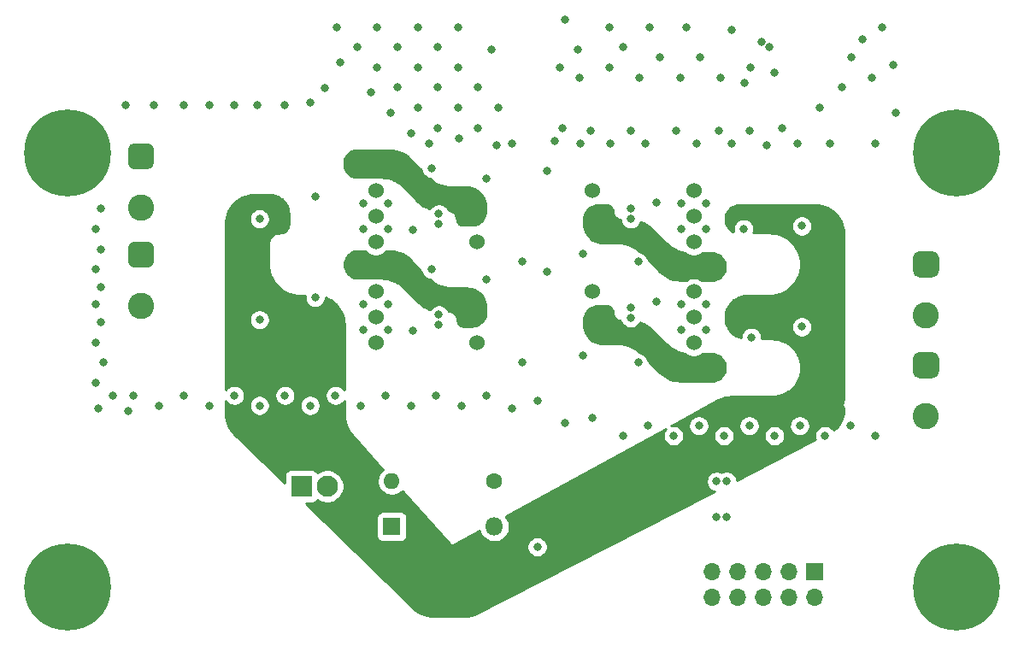
<source format=gbr>
G04 #@! TF.GenerationSoftware,KiCad,Pcbnew,5.1.6-c6e7f7d~87~ubuntu18.04.1*
G04 #@! TF.CreationDate,2021-01-06T14:43:31+00:00*
G04 #@! TF.ProjectId,multi-smtpa,6d756c74-692d-4736-9d74-70612e6b6963,rev?*
G04 #@! TF.SameCoordinates,Original*
G04 #@! TF.FileFunction,Copper,L3,Inr*
G04 #@! TF.FilePolarity,Positive*
%FSLAX46Y46*%
G04 Gerber Fmt 4.6, Leading zero omitted, Abs format (unit mm)*
G04 Created by KiCad (PCBNEW 5.1.6-c6e7f7d~87~ubuntu18.04.1) date 2021-01-06 14:43:31*
%MOMM*%
%LPD*%
G01*
G04 APERTURE LIST*
G04 #@! TA.AperFunction,ViaPad*
%ADD10C,1.524000*%
G04 #@! TD*
G04 #@! TA.AperFunction,ViaPad*
%ADD11O,1.700000X1.700000*%
G04 #@! TD*
G04 #@! TA.AperFunction,ViaPad*
%ADD12R,1.700000X1.700000*%
G04 #@! TD*
G04 #@! TA.AperFunction,ViaPad*
%ADD13O,1.600000X1.600000*%
G04 #@! TD*
G04 #@! TA.AperFunction,ViaPad*
%ADD14C,1.600000*%
G04 #@! TD*
G04 #@! TA.AperFunction,ViaPad*
%ADD15C,2.600000*%
G04 #@! TD*
G04 #@! TA.AperFunction,ViaPad*
%ADD16C,0.900000*%
G04 #@! TD*
G04 #@! TA.AperFunction,ViaPad*
%ADD17C,8.600000*%
G04 #@! TD*
G04 #@! TA.AperFunction,ViaPad*
%ADD18C,2.100000*%
G04 #@! TD*
G04 #@! TA.AperFunction,ViaPad*
%ADD19R,2.100000X2.100000*%
G04 #@! TD*
G04 #@! TA.AperFunction,ViaPad*
%ADD20O,1.800000X1.800000*%
G04 #@! TD*
G04 #@! TA.AperFunction,ViaPad*
%ADD21R,1.800000X1.800000*%
G04 #@! TD*
G04 #@! TA.AperFunction,ViaPad*
%ADD22C,0.800000*%
G04 #@! TD*
G04 #@! TA.AperFunction,Conductor*
%ADD23C,0.254000*%
G04 #@! TD*
G04 APERTURE END LIST*
D10*
X158000000Y-69710000D03*
X158000000Y-72250000D03*
X168000000Y-69710000D03*
X168000000Y-72250000D03*
X168000000Y-74790000D03*
X146500000Y-74790000D03*
X146500000Y-72250000D03*
X136500000Y-74790000D03*
X136500000Y-72250000D03*
X136500000Y-69710000D03*
X146500000Y-64790000D03*
X146500000Y-62250000D03*
X136500000Y-64790000D03*
X136500000Y-62250000D03*
X136500000Y-59710000D03*
X158000000Y-59710000D03*
X158000000Y-62250000D03*
X168000000Y-59710000D03*
X168000000Y-62250000D03*
X168000000Y-64790000D03*
D11*
X169840000Y-100000000D03*
X169840000Y-97460000D03*
X172380000Y-100000000D03*
X172380000Y-97460000D03*
X174920000Y-100000000D03*
X174920000Y-97460000D03*
X177460000Y-100000000D03*
X177460000Y-97460000D03*
X180000000Y-100000000D03*
D12*
X180000000Y-97460000D03*
D13*
X138090000Y-88500000D03*
D14*
X148250000Y-88500000D03*
G04 #@! TA.AperFunction,ViaPad*
G36*
G01*
X190350000Y-65700000D02*
X191650000Y-65700000D01*
G75*
G02*
X192300000Y-66350000I0J-650000D01*
G01*
X192300000Y-67650000D01*
G75*
G02*
X191650000Y-68300000I-650000J0D01*
G01*
X190350000Y-68300000D01*
G75*
G02*
X189700000Y-67650000I0J650000D01*
G01*
X189700000Y-66350000D01*
G75*
G02*
X190350000Y-65700000I650000J0D01*
G01*
G37*
G04 #@! TD.AperFunction*
D15*
X191000000Y-72080000D03*
G04 #@! TA.AperFunction,ViaPad*
G36*
G01*
X190350000Y-75700000D02*
X191650000Y-75700000D01*
G75*
G02*
X192300000Y-76350000I0J-650000D01*
G01*
X192300000Y-77650000D01*
G75*
G02*
X191650000Y-78300000I-650000J0D01*
G01*
X190350000Y-78300000D01*
G75*
G02*
X189700000Y-77650000I0J650000D01*
G01*
X189700000Y-76350000D01*
G75*
G02*
X190350000Y-75700000I650000J0D01*
G01*
G37*
G04 #@! TD.AperFunction*
X191000000Y-82080000D03*
G04 #@! TA.AperFunction,ViaPad*
G36*
G01*
X112600000Y-64750000D02*
X113900000Y-64750000D01*
G75*
G02*
X114550000Y-65400000I0J-650000D01*
G01*
X114550000Y-66700000D01*
G75*
G02*
X113900000Y-67350000I-650000J0D01*
G01*
X112600000Y-67350000D01*
G75*
G02*
X111950000Y-66700000I0J650000D01*
G01*
X111950000Y-65400000D01*
G75*
G02*
X112600000Y-64750000I650000J0D01*
G01*
G37*
G04 #@! TD.AperFunction*
X113250000Y-71130000D03*
G04 #@! TA.AperFunction,ViaPad*
G36*
G01*
X112600000Y-55000000D02*
X113900000Y-55000000D01*
G75*
G02*
X114550000Y-55650000I0J-650000D01*
G01*
X114550000Y-56950000D01*
G75*
G02*
X113900000Y-57600000I-650000J0D01*
G01*
X112600000Y-57600000D01*
G75*
G02*
X111950000Y-56950000I0J650000D01*
G01*
X111950000Y-55650000D01*
G75*
G02*
X112600000Y-55000000I650000J0D01*
G01*
G37*
G04 #@! TD.AperFunction*
X113250000Y-61380000D03*
D16*
X108280419Y-53719581D03*
X106000000Y-52775000D03*
X103719581Y-53719581D03*
X102775000Y-56000000D03*
X103719581Y-58280419D03*
X106000000Y-59225000D03*
X108280419Y-58280419D03*
X109225000Y-56000000D03*
D17*
X106000000Y-56000000D03*
D16*
X196280419Y-53719581D03*
X194000000Y-52775000D03*
X191719581Y-53719581D03*
X190775000Y-56000000D03*
X191719581Y-58280419D03*
X194000000Y-59225000D03*
X196280419Y-58280419D03*
X197225000Y-56000000D03*
D17*
X194000000Y-56000000D03*
D16*
X108280419Y-96719581D03*
X106000000Y-95775000D03*
X103719581Y-96719581D03*
X102775000Y-99000000D03*
X103719581Y-101280419D03*
X106000000Y-102225000D03*
X108280419Y-101280419D03*
X109225000Y-99000000D03*
D17*
X106000000Y-99000000D03*
D16*
X196280419Y-96719581D03*
X194000000Y-95775000D03*
X191719581Y-96719581D03*
X190775000Y-99000000D03*
X191719581Y-101280419D03*
X194000000Y-102225000D03*
X196280419Y-101280419D03*
X197225000Y-99000000D03*
D17*
X194000000Y-99000000D03*
D18*
X131690000Y-89000000D03*
D19*
X129150000Y-89000000D03*
D20*
X148250000Y-93000000D03*
D21*
X138090000Y-93000000D03*
D22*
X184750000Y-44750000D03*
X183500000Y-83000000D03*
X186000000Y-84000000D03*
X152500000Y-80500000D03*
X155250000Y-82750000D03*
X158000000Y-82250000D03*
X173500000Y-83000000D03*
X181000000Y-84000000D03*
X178500000Y-83000000D03*
X171000000Y-84000000D03*
X168500000Y-83000000D03*
X163500000Y-83000000D03*
X176000000Y-84000000D03*
X166000000Y-84000000D03*
X161000000Y-84000000D03*
X130500000Y-70300000D03*
X173700000Y-74250000D03*
X178700000Y-73200000D03*
X172950000Y-63500000D03*
X178700000Y-63200000D03*
X151000000Y-66750000D03*
X151000000Y-76750000D03*
X153500000Y-67750000D03*
X153500000Y-57750000D03*
X147500000Y-58500000D03*
X142000000Y-57500000D03*
X157000000Y-66000000D03*
X162500000Y-66750000D03*
X157000000Y-76000000D03*
X162500000Y-76750000D03*
X142000000Y-67500000D03*
X147500000Y-68500000D03*
X152500000Y-95000000D03*
X142750000Y-63000000D03*
X142750000Y-62000000D03*
X142750000Y-72000000D03*
X142750000Y-73000000D03*
X161750000Y-72300000D03*
X161750000Y-71300000D03*
X161750000Y-62500000D03*
X161750000Y-61500000D03*
X130500000Y-60300000D03*
X140150000Y-63600000D03*
X140150000Y-73600000D03*
X164350000Y-70700000D03*
X164350000Y-60900000D03*
X166750000Y-61000000D03*
X169250000Y-61000000D03*
X166750000Y-63500000D03*
X169250000Y-63500000D03*
X169250000Y-73500000D03*
X169250000Y-71000000D03*
X166750000Y-71000000D03*
X166750000Y-73500000D03*
X135250000Y-71000000D03*
X135250000Y-73500000D03*
X137750000Y-73500000D03*
X137750000Y-71000000D03*
X135250000Y-61000000D03*
X135250000Y-63500000D03*
X137750000Y-63500000D03*
X137750000Y-61000000D03*
X156500000Y-45750000D03*
X148000000Y-45750000D03*
X132647619Y-43485000D03*
X134647619Y-45485000D03*
X136647619Y-43485000D03*
X136647619Y-47485000D03*
X138647619Y-45485000D03*
X138647619Y-49485000D03*
X140647619Y-43485000D03*
X140647619Y-47485000D03*
X140647619Y-51485000D03*
X142647619Y-45485000D03*
X142647619Y-49485000D03*
X142647619Y-53485000D03*
X144647619Y-43485000D03*
X144647619Y-47485000D03*
X144647619Y-51485000D03*
X146647619Y-49485000D03*
X146647619Y-53485000D03*
X148647619Y-51485000D03*
X156647619Y-48485000D03*
X159647619Y-43485000D03*
X159647619Y-47485000D03*
X161000000Y-45485000D03*
X162647619Y-48485000D03*
X163647619Y-43485000D03*
X164647619Y-46485000D03*
X166647619Y-48485000D03*
X168647619Y-46485000D03*
X170647619Y-48485000D03*
X176000000Y-48000000D03*
X173647619Y-47485000D03*
X173000000Y-49000000D03*
X182647619Y-49485000D03*
X183647619Y-46485000D03*
X185647619Y-48485000D03*
X186647619Y-43485000D03*
X186000000Y-55000000D03*
X188000000Y-52000000D03*
X150000000Y-55000000D03*
X140000000Y-54000000D03*
X136000000Y-50000000D03*
X133000000Y-47000000D03*
X138000000Y-52000000D03*
X112500000Y-80000000D03*
X115000000Y-81000000D03*
X117500000Y-80000000D03*
X120000000Y-81000000D03*
X122500000Y-80000000D03*
X125000000Y-81000000D03*
X127500000Y-80000000D03*
X130000000Y-81000000D03*
X132500000Y-80000000D03*
X135000000Y-81000000D03*
X137500000Y-80000000D03*
X140000000Y-81000000D03*
X142500000Y-80000000D03*
X145000000Y-81000000D03*
X147500000Y-80000000D03*
X150000000Y-81250000D03*
X180500000Y-51500000D03*
X181500000Y-55000000D03*
X178250000Y-55000000D03*
X176750000Y-53500000D03*
X173500000Y-53750000D03*
X175250000Y-55250000D03*
X171750000Y-55000000D03*
X170500000Y-53750000D03*
X168250000Y-55000000D03*
X166250000Y-53750000D03*
X163250000Y-55000000D03*
X161750000Y-53750000D03*
X159750000Y-55000000D03*
X157750000Y-53750000D03*
X156750000Y-55000000D03*
X154250000Y-54750000D03*
X155000000Y-53500000D03*
X141750000Y-55000000D03*
X148500000Y-55250000D03*
X144750000Y-54500000D03*
X155250000Y-42750000D03*
X154750000Y-47500000D03*
X167250000Y-43500000D03*
X171750000Y-43750000D03*
X174750000Y-45000000D03*
X187750000Y-47250000D03*
X111750000Y-51250000D03*
X114500000Y-51250000D03*
X117500000Y-51250000D03*
X120000000Y-51250000D03*
X122500000Y-51250000D03*
X124750000Y-51250000D03*
X127500000Y-51250000D03*
X130000000Y-51000000D03*
X131500000Y-49500000D03*
X109250000Y-61500000D03*
X108750000Y-63500000D03*
X109250000Y-65500000D03*
X108750000Y-67500000D03*
X109250000Y-69250000D03*
X108750000Y-71000000D03*
X109250000Y-72750000D03*
X108750000Y-74750000D03*
X109500000Y-76750000D03*
X108750000Y-78750000D03*
X110500000Y-80000000D03*
X109000000Y-81250000D03*
X112000000Y-81500000D03*
X125000000Y-72500000D03*
X125000000Y-62500000D03*
X175500000Y-45500000D03*
X127100000Y-71500000D03*
X177100000Y-73050000D03*
X176350000Y-62300000D03*
X127100000Y-61500000D03*
X142500000Y-96250000D03*
X143000000Y-97000000D03*
X143000000Y-98000000D03*
X142500000Y-98750000D03*
X133955900Y-66371500D03*
X133955900Y-67641500D03*
X170594100Y-67838700D03*
X170594100Y-66568700D03*
X133955900Y-56363900D03*
X133955900Y-57621200D03*
X170606800Y-77846300D03*
X170606800Y-76550900D03*
X170250000Y-92000000D03*
X170250000Y-88500000D03*
X171250000Y-88500000D03*
X171250000Y-92000000D03*
D23*
G36*
X137858683Y-55703909D02*
G01*
X138181223Y-55724261D01*
X138496031Y-55779709D01*
X138802719Y-55869784D01*
X139097507Y-55993374D01*
X139376746Y-56148953D01*
X139636963Y-56334583D01*
X139877587Y-56550340D01*
X140984752Y-57660231D01*
X141012467Y-57799565D01*
X141089885Y-57986467D01*
X141202277Y-58154674D01*
X141345326Y-58297723D01*
X141513533Y-58410115D01*
X141700435Y-58487533D01*
X141845370Y-58516362D01*
X142037128Y-58688122D01*
X142048271Y-58697027D01*
X142322884Y-58892275D01*
X142334955Y-58899875D01*
X142629732Y-59063096D01*
X142642579Y-59069294D01*
X142953800Y-59198430D01*
X142967261Y-59203148D01*
X143291000Y-59296570D01*
X143304906Y-59299749D01*
X143637079Y-59356278D01*
X143651253Y-59357878D01*
X143987670Y-59376800D01*
X143994802Y-59377000D01*
X145495470Y-59377000D01*
X145766504Y-59396385D01*
X146027593Y-59453181D01*
X146277940Y-59546556D01*
X146512445Y-59674605D01*
X146726338Y-59834724D01*
X146915276Y-60023662D01*
X147075395Y-60237555D01*
X147203444Y-60472060D01*
X147296819Y-60722407D01*
X147353615Y-60983496D01*
X147373000Y-61254530D01*
X147373000Y-61699017D01*
X147355143Y-61925915D01*
X147303176Y-62142372D01*
X147217986Y-62348038D01*
X147101680Y-62537832D01*
X146957106Y-62707106D01*
X146787832Y-62851680D01*
X146598038Y-62967986D01*
X146392372Y-63053176D01*
X146175915Y-63105143D01*
X145949017Y-63123000D01*
X145165128Y-63123000D01*
X145019549Y-63106597D01*
X144888040Y-63060581D01*
X144770070Y-62986455D01*
X144671545Y-62887930D01*
X144597419Y-62769960D01*
X144551403Y-62638451D01*
X144515397Y-62318890D01*
X144509069Y-62291164D01*
X144453600Y-62132642D01*
X144441261Y-62107019D01*
X144351908Y-61964815D01*
X144334177Y-61942580D01*
X144215420Y-61823823D01*
X144193185Y-61806092D01*
X144050981Y-61716739D01*
X144025358Y-61704400D01*
X143866836Y-61648931D01*
X143839110Y-61642603D01*
X143707433Y-61627767D01*
X143660115Y-61513533D01*
X143547723Y-61345326D01*
X143404674Y-61202277D01*
X143236467Y-61089885D01*
X143049565Y-61012467D01*
X142851151Y-60973000D01*
X142648849Y-60973000D01*
X142450435Y-61012467D01*
X142263533Y-61089885D01*
X142095326Y-61202277D01*
X141952277Y-61345326D01*
X141861553Y-61481104D01*
X141793823Y-61461591D01*
X141496172Y-61338300D01*
X141214219Y-61182471D01*
X140951484Y-60996049D01*
X140708607Y-60779001D01*
X139218483Y-59288877D01*
X139213306Y-59283983D01*
X138962455Y-59059809D01*
X138951320Y-59050930D01*
X138676947Y-58856251D01*
X138664888Y-58848674D01*
X138370443Y-58685940D01*
X138357612Y-58679760D01*
X138046797Y-58551017D01*
X138033354Y-58546314D01*
X137710080Y-58453180D01*
X137696195Y-58450010D01*
X137364526Y-58393657D01*
X137350374Y-58392063D01*
X137014480Y-58373200D01*
X137007359Y-58373000D01*
X136898228Y-58373000D01*
X136636805Y-58321000D01*
X136363195Y-58321000D01*
X136101772Y-58373000D01*
X134733483Y-58373000D01*
X134517143Y-58355973D01*
X134310987Y-58306480D01*
X134115106Y-58225343D01*
X133934340Y-58114570D01*
X133773123Y-57976877D01*
X133635430Y-57815660D01*
X133524657Y-57634894D01*
X133443520Y-57439013D01*
X133394027Y-57232857D01*
X133377394Y-57021528D01*
X133394053Y-56810859D01*
X133443604Y-56605460D01*
X133524821Y-56410399D01*
X133635687Y-56230523D01*
X133773444Y-56070309D01*
X133934669Y-55933734D01*
X134115351Y-55824197D01*
X134311008Y-55744414D01*
X134516768Y-55696375D01*
X134732532Y-55680911D01*
X137858683Y-55703909D01*
G37*
X137858683Y-55703909D02*
X138181223Y-55724261D01*
X138496031Y-55779709D01*
X138802719Y-55869784D01*
X139097507Y-55993374D01*
X139376746Y-56148953D01*
X139636963Y-56334583D01*
X139877587Y-56550340D01*
X140984752Y-57660231D01*
X141012467Y-57799565D01*
X141089885Y-57986467D01*
X141202277Y-58154674D01*
X141345326Y-58297723D01*
X141513533Y-58410115D01*
X141700435Y-58487533D01*
X141845370Y-58516362D01*
X142037128Y-58688122D01*
X142048271Y-58697027D01*
X142322884Y-58892275D01*
X142334955Y-58899875D01*
X142629732Y-59063096D01*
X142642579Y-59069294D01*
X142953800Y-59198430D01*
X142967261Y-59203148D01*
X143291000Y-59296570D01*
X143304906Y-59299749D01*
X143637079Y-59356278D01*
X143651253Y-59357878D01*
X143987670Y-59376800D01*
X143994802Y-59377000D01*
X145495470Y-59377000D01*
X145766504Y-59396385D01*
X146027593Y-59453181D01*
X146277940Y-59546556D01*
X146512445Y-59674605D01*
X146726338Y-59834724D01*
X146915276Y-60023662D01*
X147075395Y-60237555D01*
X147203444Y-60472060D01*
X147296819Y-60722407D01*
X147353615Y-60983496D01*
X147373000Y-61254530D01*
X147373000Y-61699017D01*
X147355143Y-61925915D01*
X147303176Y-62142372D01*
X147217986Y-62348038D01*
X147101680Y-62537832D01*
X146957106Y-62707106D01*
X146787832Y-62851680D01*
X146598038Y-62967986D01*
X146392372Y-63053176D01*
X146175915Y-63105143D01*
X145949017Y-63123000D01*
X145165128Y-63123000D01*
X145019549Y-63106597D01*
X144888040Y-63060581D01*
X144770070Y-62986455D01*
X144671545Y-62887930D01*
X144597419Y-62769960D01*
X144551403Y-62638451D01*
X144515397Y-62318890D01*
X144509069Y-62291164D01*
X144453600Y-62132642D01*
X144441261Y-62107019D01*
X144351908Y-61964815D01*
X144334177Y-61942580D01*
X144215420Y-61823823D01*
X144193185Y-61806092D01*
X144050981Y-61716739D01*
X144025358Y-61704400D01*
X143866836Y-61648931D01*
X143839110Y-61642603D01*
X143707433Y-61627767D01*
X143660115Y-61513533D01*
X143547723Y-61345326D01*
X143404674Y-61202277D01*
X143236467Y-61089885D01*
X143049565Y-61012467D01*
X142851151Y-60973000D01*
X142648849Y-60973000D01*
X142450435Y-61012467D01*
X142263533Y-61089885D01*
X142095326Y-61202277D01*
X141952277Y-61345326D01*
X141861553Y-61481104D01*
X141793823Y-61461591D01*
X141496172Y-61338300D01*
X141214219Y-61182471D01*
X140951484Y-60996049D01*
X140708607Y-60779001D01*
X139218483Y-59288877D01*
X139213306Y-59283983D01*
X138962455Y-59059809D01*
X138951320Y-59050930D01*
X138676947Y-58856251D01*
X138664888Y-58848674D01*
X138370443Y-58685940D01*
X138357612Y-58679760D01*
X138046797Y-58551017D01*
X138033354Y-58546314D01*
X137710080Y-58453180D01*
X137696195Y-58450010D01*
X137364526Y-58393657D01*
X137350374Y-58392063D01*
X137014480Y-58373200D01*
X137007359Y-58373000D01*
X136898228Y-58373000D01*
X136636805Y-58321000D01*
X136363195Y-58321000D01*
X136101772Y-58373000D01*
X134733483Y-58373000D01*
X134517143Y-58355973D01*
X134310987Y-58306480D01*
X134115106Y-58225343D01*
X133934340Y-58114570D01*
X133773123Y-57976877D01*
X133635430Y-57815660D01*
X133524657Y-57634894D01*
X133443520Y-57439013D01*
X133394027Y-57232857D01*
X133377394Y-57021528D01*
X133394053Y-56810859D01*
X133443604Y-56605460D01*
X133524821Y-56410399D01*
X133635687Y-56230523D01*
X133773444Y-56070309D01*
X133934669Y-55933734D01*
X134115351Y-55824197D01*
X134311008Y-55744414D01*
X134516768Y-55696375D01*
X134732532Y-55680911D01*
X137858683Y-55703909D01*
G36*
X159480451Y-61143403D02*
G01*
X159611960Y-61189419D01*
X159729930Y-61263545D01*
X159828455Y-61362070D01*
X159902581Y-61480040D01*
X159948597Y-61611549D01*
X159984603Y-61931110D01*
X159990931Y-61958836D01*
X160046400Y-62117358D01*
X160058739Y-62142981D01*
X160148092Y-62285185D01*
X160165823Y-62307420D01*
X160284580Y-62426177D01*
X160306815Y-62443908D01*
X160449019Y-62533261D01*
X160474642Y-62545600D01*
X160633164Y-62601069D01*
X160660890Y-62607397D01*
X160725695Y-62614699D01*
X160762467Y-62799565D01*
X160839885Y-62986467D01*
X160952277Y-63154674D01*
X161095326Y-63297723D01*
X161263533Y-63410115D01*
X161450435Y-63487533D01*
X161648849Y-63527000D01*
X161851151Y-63527000D01*
X162049565Y-63487533D01*
X162236467Y-63410115D01*
X162404674Y-63297723D01*
X162547723Y-63154674D01*
X162660115Y-62986467D01*
X162736885Y-62801129D01*
X163003828Y-62911700D01*
X163285781Y-63067529D01*
X163548516Y-63253951D01*
X163791393Y-63470999D01*
X165281517Y-64961123D01*
X165286694Y-64966017D01*
X165537545Y-65190191D01*
X165548680Y-65199070D01*
X165823053Y-65393749D01*
X165835112Y-65401326D01*
X166129557Y-65564060D01*
X166142388Y-65570240D01*
X166453203Y-65698983D01*
X166466646Y-65703686D01*
X166789920Y-65796820D01*
X166803805Y-65799990D01*
X167095148Y-65849491D01*
X167114564Y-65868907D01*
X167342062Y-66020916D01*
X167594844Y-66125622D01*
X167863195Y-66179000D01*
X168136805Y-66179000D01*
X168405156Y-66125622D01*
X168657938Y-66020916D01*
X168873324Y-65877000D01*
X169766517Y-65877000D01*
X169982857Y-65894027D01*
X170189013Y-65943520D01*
X170384894Y-66024657D01*
X170565660Y-66135430D01*
X170726877Y-66273123D01*
X170864570Y-66434340D01*
X170975343Y-66615106D01*
X171056480Y-66810987D01*
X171105973Y-67017143D01*
X171122606Y-67228472D01*
X171105947Y-67439141D01*
X171056396Y-67644540D01*
X170975179Y-67839601D01*
X170864313Y-68019477D01*
X170726556Y-68179691D01*
X170565331Y-68316266D01*
X170384649Y-68425803D01*
X170188992Y-68505586D01*
X169983232Y-68553625D01*
X169767468Y-68569089D01*
X168781788Y-68561838D01*
X168657938Y-68479084D01*
X168405156Y-68374378D01*
X168136805Y-68321000D01*
X167863195Y-68321000D01*
X167594844Y-68374378D01*
X167342062Y-68479084D01*
X167235240Y-68550460D01*
X166641317Y-68546091D01*
X166318777Y-68525739D01*
X166003969Y-68470291D01*
X165697281Y-68380216D01*
X165402493Y-68256626D01*
X165123254Y-68101047D01*
X164863037Y-67915417D01*
X164622413Y-67699660D01*
X163515248Y-66589769D01*
X163487533Y-66450435D01*
X163410115Y-66263533D01*
X163297723Y-66095326D01*
X163154674Y-65952277D01*
X162986467Y-65839885D01*
X162799565Y-65762467D01*
X162654630Y-65733638D01*
X162462872Y-65561878D01*
X162451729Y-65552973D01*
X162177116Y-65357725D01*
X162165045Y-65350125D01*
X161870268Y-65186904D01*
X161857421Y-65180706D01*
X161546200Y-65051570D01*
X161532739Y-65046852D01*
X161209000Y-64953430D01*
X161195094Y-64950251D01*
X160862921Y-64893722D01*
X160848747Y-64892122D01*
X160512330Y-64873200D01*
X160505198Y-64873000D01*
X159004530Y-64873000D01*
X158733496Y-64853615D01*
X158472407Y-64796819D01*
X158222060Y-64703444D01*
X157987555Y-64575395D01*
X157773662Y-64415276D01*
X157584724Y-64226338D01*
X157424605Y-64012445D01*
X157296556Y-63777940D01*
X157203181Y-63527593D01*
X157146385Y-63266504D01*
X157127000Y-62995470D01*
X157127000Y-62550983D01*
X157144857Y-62324085D01*
X157196824Y-62107628D01*
X157282014Y-61901962D01*
X157398320Y-61712168D01*
X157542894Y-61542894D01*
X157712168Y-61398320D01*
X157901962Y-61282014D01*
X158107628Y-61196824D01*
X158324085Y-61144857D01*
X158550983Y-61127000D01*
X159334872Y-61127000D01*
X159480451Y-61143403D01*
G37*
X159480451Y-61143403D02*
X159611960Y-61189419D01*
X159729930Y-61263545D01*
X159828455Y-61362070D01*
X159902581Y-61480040D01*
X159948597Y-61611549D01*
X159984603Y-61931110D01*
X159990931Y-61958836D01*
X160046400Y-62117358D01*
X160058739Y-62142981D01*
X160148092Y-62285185D01*
X160165823Y-62307420D01*
X160284580Y-62426177D01*
X160306815Y-62443908D01*
X160449019Y-62533261D01*
X160474642Y-62545600D01*
X160633164Y-62601069D01*
X160660890Y-62607397D01*
X160725695Y-62614699D01*
X160762467Y-62799565D01*
X160839885Y-62986467D01*
X160952277Y-63154674D01*
X161095326Y-63297723D01*
X161263533Y-63410115D01*
X161450435Y-63487533D01*
X161648849Y-63527000D01*
X161851151Y-63527000D01*
X162049565Y-63487533D01*
X162236467Y-63410115D01*
X162404674Y-63297723D01*
X162547723Y-63154674D01*
X162660115Y-62986467D01*
X162736885Y-62801129D01*
X163003828Y-62911700D01*
X163285781Y-63067529D01*
X163548516Y-63253951D01*
X163791393Y-63470999D01*
X165281517Y-64961123D01*
X165286694Y-64966017D01*
X165537545Y-65190191D01*
X165548680Y-65199070D01*
X165823053Y-65393749D01*
X165835112Y-65401326D01*
X166129557Y-65564060D01*
X166142388Y-65570240D01*
X166453203Y-65698983D01*
X166466646Y-65703686D01*
X166789920Y-65796820D01*
X166803805Y-65799990D01*
X167095148Y-65849491D01*
X167114564Y-65868907D01*
X167342062Y-66020916D01*
X167594844Y-66125622D01*
X167863195Y-66179000D01*
X168136805Y-66179000D01*
X168405156Y-66125622D01*
X168657938Y-66020916D01*
X168873324Y-65877000D01*
X169766517Y-65877000D01*
X169982857Y-65894027D01*
X170189013Y-65943520D01*
X170384894Y-66024657D01*
X170565660Y-66135430D01*
X170726877Y-66273123D01*
X170864570Y-66434340D01*
X170975343Y-66615106D01*
X171056480Y-66810987D01*
X171105973Y-67017143D01*
X171122606Y-67228472D01*
X171105947Y-67439141D01*
X171056396Y-67644540D01*
X170975179Y-67839601D01*
X170864313Y-68019477D01*
X170726556Y-68179691D01*
X170565331Y-68316266D01*
X170384649Y-68425803D01*
X170188992Y-68505586D01*
X169983232Y-68553625D01*
X169767468Y-68569089D01*
X168781788Y-68561838D01*
X168657938Y-68479084D01*
X168405156Y-68374378D01*
X168136805Y-68321000D01*
X167863195Y-68321000D01*
X167594844Y-68374378D01*
X167342062Y-68479084D01*
X167235240Y-68550460D01*
X166641317Y-68546091D01*
X166318777Y-68525739D01*
X166003969Y-68470291D01*
X165697281Y-68380216D01*
X165402493Y-68256626D01*
X165123254Y-68101047D01*
X164863037Y-67915417D01*
X164622413Y-67699660D01*
X163515248Y-66589769D01*
X163487533Y-66450435D01*
X163410115Y-66263533D01*
X163297723Y-66095326D01*
X163154674Y-65952277D01*
X162986467Y-65839885D01*
X162799565Y-65762467D01*
X162654630Y-65733638D01*
X162462872Y-65561878D01*
X162451729Y-65552973D01*
X162177116Y-65357725D01*
X162165045Y-65350125D01*
X161870268Y-65186904D01*
X161857421Y-65180706D01*
X161546200Y-65051570D01*
X161532739Y-65046852D01*
X161209000Y-64953430D01*
X161195094Y-64950251D01*
X160862921Y-64893722D01*
X160848747Y-64892122D01*
X160512330Y-64873200D01*
X160505198Y-64873000D01*
X159004530Y-64873000D01*
X158733496Y-64853615D01*
X158472407Y-64796819D01*
X158222060Y-64703444D01*
X157987555Y-64575395D01*
X157773662Y-64415276D01*
X157584724Y-64226338D01*
X157424605Y-64012445D01*
X157296556Y-63777940D01*
X157203181Y-63527593D01*
X157146385Y-63266504D01*
X157127000Y-62995470D01*
X157127000Y-62550983D01*
X157144857Y-62324085D01*
X157196824Y-62107628D01*
X157282014Y-61901962D01*
X157398320Y-61712168D01*
X157542894Y-61542894D01*
X157712168Y-61398320D01*
X157901962Y-61282014D01*
X158107628Y-61196824D01*
X158324085Y-61144857D01*
X158550983Y-61127000D01*
X159334872Y-61127000D01*
X159480451Y-61143403D01*
G36*
X159480451Y-71143403D02*
G01*
X159611960Y-71189419D01*
X159729930Y-71263545D01*
X159828455Y-71362070D01*
X159902581Y-71480040D01*
X159948597Y-71611549D01*
X159984603Y-71931110D01*
X159990931Y-71958836D01*
X160046400Y-72117358D01*
X160058739Y-72142981D01*
X160148092Y-72285185D01*
X160165823Y-72307420D01*
X160284580Y-72426177D01*
X160306815Y-72443908D01*
X160449019Y-72533261D01*
X160474642Y-72545600D01*
X160633164Y-72601069D01*
X160660890Y-72607397D01*
X160770843Y-72619786D01*
X160839885Y-72786467D01*
X160952277Y-72954674D01*
X161095326Y-73097723D01*
X161263533Y-73210115D01*
X161450435Y-73287533D01*
X161648849Y-73327000D01*
X161851151Y-73327000D01*
X162049565Y-73287533D01*
X162236467Y-73210115D01*
X162404674Y-73097723D01*
X162547723Y-72954674D01*
X162660115Y-72786467D01*
X162664307Y-72776346D01*
X162706177Y-72788409D01*
X163003828Y-72911700D01*
X163285781Y-73067529D01*
X163548516Y-73253951D01*
X163791393Y-73470999D01*
X165281517Y-74961123D01*
X165286694Y-74966017D01*
X165537545Y-75190191D01*
X165548680Y-75199070D01*
X165823053Y-75393749D01*
X165835112Y-75401326D01*
X166129557Y-75564060D01*
X166142388Y-75570240D01*
X166453203Y-75698983D01*
X166466646Y-75703686D01*
X166789920Y-75796820D01*
X166803805Y-75799990D01*
X167095148Y-75849491D01*
X167114564Y-75868907D01*
X167342062Y-76020916D01*
X167594844Y-76125622D01*
X167863195Y-76179000D01*
X168136805Y-76179000D01*
X168405156Y-76125622D01*
X168657938Y-76020916D01*
X168873324Y-75877000D01*
X169766517Y-75877000D01*
X169982857Y-75894027D01*
X170189013Y-75943520D01*
X170384894Y-76024657D01*
X170565660Y-76135430D01*
X170726877Y-76273123D01*
X170864570Y-76434340D01*
X170975343Y-76615106D01*
X171056480Y-76810987D01*
X171105973Y-77017143D01*
X171122606Y-77228472D01*
X171105947Y-77439141D01*
X171056396Y-77644540D01*
X170975179Y-77839601D01*
X170864313Y-78019477D01*
X170726556Y-78179691D01*
X170565331Y-78316266D01*
X170384649Y-78425803D01*
X170188992Y-78505586D01*
X169983232Y-78553625D01*
X169767468Y-78569089D01*
X166641317Y-78546091D01*
X166318777Y-78525739D01*
X166003969Y-78470291D01*
X165697281Y-78380216D01*
X165402493Y-78256626D01*
X165123254Y-78101047D01*
X164863037Y-77915417D01*
X164622413Y-77699660D01*
X163515248Y-76589769D01*
X163487533Y-76450435D01*
X163410115Y-76263533D01*
X163297723Y-76095326D01*
X163154674Y-75952277D01*
X162986467Y-75839885D01*
X162799565Y-75762467D01*
X162654630Y-75733638D01*
X162462872Y-75561878D01*
X162451729Y-75552973D01*
X162177116Y-75357725D01*
X162165045Y-75350125D01*
X161870268Y-75186904D01*
X161857421Y-75180706D01*
X161546200Y-75051570D01*
X161532739Y-75046852D01*
X161209000Y-74953430D01*
X161195094Y-74950251D01*
X160862921Y-74893722D01*
X160848747Y-74892122D01*
X160512330Y-74873200D01*
X160505198Y-74873000D01*
X159004530Y-74873000D01*
X158733496Y-74853615D01*
X158472407Y-74796819D01*
X158222060Y-74703444D01*
X157987555Y-74575395D01*
X157773662Y-74415276D01*
X157584724Y-74226338D01*
X157424605Y-74012445D01*
X157296556Y-73777940D01*
X157203181Y-73527593D01*
X157146385Y-73266504D01*
X157127000Y-72995470D01*
X157127000Y-72550983D01*
X157144857Y-72324085D01*
X157196824Y-72107628D01*
X157282014Y-71901962D01*
X157398320Y-71712168D01*
X157542894Y-71542894D01*
X157712168Y-71398320D01*
X157901962Y-71282014D01*
X158107628Y-71196824D01*
X158324085Y-71144857D01*
X158550983Y-71127000D01*
X159334872Y-71127000D01*
X159480451Y-71143403D01*
G37*
X159480451Y-71143403D02*
X159611960Y-71189419D01*
X159729930Y-71263545D01*
X159828455Y-71362070D01*
X159902581Y-71480040D01*
X159948597Y-71611549D01*
X159984603Y-71931110D01*
X159990931Y-71958836D01*
X160046400Y-72117358D01*
X160058739Y-72142981D01*
X160148092Y-72285185D01*
X160165823Y-72307420D01*
X160284580Y-72426177D01*
X160306815Y-72443908D01*
X160449019Y-72533261D01*
X160474642Y-72545600D01*
X160633164Y-72601069D01*
X160660890Y-72607397D01*
X160770843Y-72619786D01*
X160839885Y-72786467D01*
X160952277Y-72954674D01*
X161095326Y-73097723D01*
X161263533Y-73210115D01*
X161450435Y-73287533D01*
X161648849Y-73327000D01*
X161851151Y-73327000D01*
X162049565Y-73287533D01*
X162236467Y-73210115D01*
X162404674Y-73097723D01*
X162547723Y-72954674D01*
X162660115Y-72786467D01*
X162664307Y-72776346D01*
X162706177Y-72788409D01*
X163003828Y-72911700D01*
X163285781Y-73067529D01*
X163548516Y-73253951D01*
X163791393Y-73470999D01*
X165281517Y-74961123D01*
X165286694Y-74966017D01*
X165537545Y-75190191D01*
X165548680Y-75199070D01*
X165823053Y-75393749D01*
X165835112Y-75401326D01*
X166129557Y-75564060D01*
X166142388Y-75570240D01*
X166453203Y-75698983D01*
X166466646Y-75703686D01*
X166789920Y-75796820D01*
X166803805Y-75799990D01*
X167095148Y-75849491D01*
X167114564Y-75868907D01*
X167342062Y-76020916D01*
X167594844Y-76125622D01*
X167863195Y-76179000D01*
X168136805Y-76179000D01*
X168405156Y-76125622D01*
X168657938Y-76020916D01*
X168873324Y-75877000D01*
X169766517Y-75877000D01*
X169982857Y-75894027D01*
X170189013Y-75943520D01*
X170384894Y-76024657D01*
X170565660Y-76135430D01*
X170726877Y-76273123D01*
X170864570Y-76434340D01*
X170975343Y-76615106D01*
X171056480Y-76810987D01*
X171105973Y-77017143D01*
X171122606Y-77228472D01*
X171105947Y-77439141D01*
X171056396Y-77644540D01*
X170975179Y-77839601D01*
X170864313Y-78019477D01*
X170726556Y-78179691D01*
X170565331Y-78316266D01*
X170384649Y-78425803D01*
X170188992Y-78505586D01*
X169983232Y-78553625D01*
X169767468Y-78569089D01*
X166641317Y-78546091D01*
X166318777Y-78525739D01*
X166003969Y-78470291D01*
X165697281Y-78380216D01*
X165402493Y-78256626D01*
X165123254Y-78101047D01*
X164863037Y-77915417D01*
X164622413Y-77699660D01*
X163515248Y-76589769D01*
X163487533Y-76450435D01*
X163410115Y-76263533D01*
X163297723Y-76095326D01*
X163154674Y-75952277D01*
X162986467Y-75839885D01*
X162799565Y-75762467D01*
X162654630Y-75733638D01*
X162462872Y-75561878D01*
X162451729Y-75552973D01*
X162177116Y-75357725D01*
X162165045Y-75350125D01*
X161870268Y-75186904D01*
X161857421Y-75180706D01*
X161546200Y-75051570D01*
X161532739Y-75046852D01*
X161209000Y-74953430D01*
X161195094Y-74950251D01*
X160862921Y-74893722D01*
X160848747Y-74892122D01*
X160512330Y-74873200D01*
X160505198Y-74873000D01*
X159004530Y-74873000D01*
X158733496Y-74853615D01*
X158472407Y-74796819D01*
X158222060Y-74703444D01*
X157987555Y-74575395D01*
X157773662Y-74415276D01*
X157584724Y-74226338D01*
X157424605Y-74012445D01*
X157296556Y-73777940D01*
X157203181Y-73527593D01*
X157146385Y-73266504D01*
X157127000Y-72995470D01*
X157127000Y-72550983D01*
X157144857Y-72324085D01*
X157196824Y-72107628D01*
X157282014Y-71901962D01*
X157398320Y-71712168D01*
X157542894Y-71542894D01*
X157712168Y-71398320D01*
X157901962Y-71282014D01*
X158107628Y-71196824D01*
X158324085Y-71144857D01*
X158550983Y-71127000D01*
X159334872Y-71127000D01*
X159480451Y-71143403D01*
G36*
X135431476Y-65685819D02*
G01*
X135614564Y-65868907D01*
X135842062Y-66020916D01*
X136094844Y-66125622D01*
X136363195Y-66179000D01*
X136636805Y-66179000D01*
X136905156Y-66125622D01*
X137157938Y-66020916D01*
X137385436Y-65868907D01*
X137552917Y-65701426D01*
X137890424Y-65703909D01*
X138212964Y-65724261D01*
X138527772Y-65779709D01*
X138834460Y-65869784D01*
X139129248Y-65993374D01*
X139408487Y-66148953D01*
X139668704Y-66334583D01*
X139909328Y-66550340D01*
X140976846Y-67620487D01*
X141012467Y-67799565D01*
X141089885Y-67986467D01*
X141202277Y-68154674D01*
X141345326Y-68297723D01*
X141513533Y-68410115D01*
X141700435Y-68487533D01*
X141886172Y-68524478D01*
X142068869Y-68688122D01*
X142080012Y-68697027D01*
X142354625Y-68892275D01*
X142366696Y-68899875D01*
X142661473Y-69063096D01*
X142674320Y-69069294D01*
X142985541Y-69198430D01*
X142999002Y-69203148D01*
X143322741Y-69296570D01*
X143336647Y-69299749D01*
X143668820Y-69356278D01*
X143682994Y-69357878D01*
X144019411Y-69376800D01*
X144026543Y-69377000D01*
X145527211Y-69377000D01*
X145798245Y-69396385D01*
X146059334Y-69453181D01*
X146309681Y-69546556D01*
X146544186Y-69674605D01*
X146758079Y-69834724D01*
X146947017Y-70023662D01*
X147107136Y-70237555D01*
X147235185Y-70472060D01*
X147328560Y-70722407D01*
X147385356Y-70983496D01*
X147404741Y-71254530D01*
X147404741Y-71699017D01*
X147386884Y-71925915D01*
X147334917Y-72142372D01*
X147249727Y-72348038D01*
X147133421Y-72537832D01*
X146988847Y-72707106D01*
X146819573Y-72851680D01*
X146629779Y-72967986D01*
X146424113Y-73053176D01*
X146207656Y-73105143D01*
X145980758Y-73123000D01*
X145196869Y-73123000D01*
X145051290Y-73106597D01*
X144919781Y-73060581D01*
X144801811Y-72986455D01*
X144703286Y-72887930D01*
X144629160Y-72769960D01*
X144583144Y-72638451D01*
X144547138Y-72318890D01*
X144540810Y-72291164D01*
X144485341Y-72132642D01*
X144473002Y-72107019D01*
X144383649Y-71964815D01*
X144365918Y-71942580D01*
X144247161Y-71823823D01*
X144224926Y-71806092D01*
X144082722Y-71716739D01*
X144057099Y-71704400D01*
X143898577Y-71648931D01*
X143870851Y-71642603D01*
X143705879Y-71624015D01*
X143660115Y-71513533D01*
X143547723Y-71345326D01*
X143404674Y-71202277D01*
X143236467Y-71089885D01*
X143049565Y-71012467D01*
X142851151Y-70973000D01*
X142648849Y-70973000D01*
X142450435Y-71012467D01*
X142263533Y-71089885D01*
X142095326Y-71202277D01*
X141952277Y-71345326D01*
X141866677Y-71473436D01*
X141825564Y-71461591D01*
X141527913Y-71338300D01*
X141245960Y-71182471D01*
X140983225Y-70996049D01*
X140740348Y-70779001D01*
X139250224Y-69288877D01*
X139245047Y-69283983D01*
X138994196Y-69059809D01*
X138983061Y-69050930D01*
X138708688Y-68856251D01*
X138696629Y-68848674D01*
X138402184Y-68685940D01*
X138389353Y-68679760D01*
X138078538Y-68551017D01*
X138065095Y-68546314D01*
X137741821Y-68453180D01*
X137727936Y-68450010D01*
X137396267Y-68393657D01*
X137382115Y-68392063D01*
X137046221Y-68373200D01*
X137039100Y-68373000D01*
X136898228Y-68373000D01*
X136636805Y-68321000D01*
X136363195Y-68321000D01*
X136101772Y-68373000D01*
X134765224Y-68373000D01*
X134548884Y-68355973D01*
X134342728Y-68306480D01*
X134146847Y-68225343D01*
X133966081Y-68114570D01*
X133804864Y-67976877D01*
X133667171Y-67815660D01*
X133556398Y-67634894D01*
X133475261Y-67439013D01*
X133425768Y-67232857D01*
X133409135Y-67021528D01*
X133425794Y-66810859D01*
X133475345Y-66605460D01*
X133556562Y-66410399D01*
X133667428Y-66230523D01*
X133805185Y-66070309D01*
X133966410Y-65933734D01*
X134147092Y-65824197D01*
X134342749Y-65744414D01*
X134548509Y-65696375D01*
X134764273Y-65680911D01*
X135431476Y-65685819D01*
G37*
X135431476Y-65685819D02*
X135614564Y-65868907D01*
X135842062Y-66020916D01*
X136094844Y-66125622D01*
X136363195Y-66179000D01*
X136636805Y-66179000D01*
X136905156Y-66125622D01*
X137157938Y-66020916D01*
X137385436Y-65868907D01*
X137552917Y-65701426D01*
X137890424Y-65703909D01*
X138212964Y-65724261D01*
X138527772Y-65779709D01*
X138834460Y-65869784D01*
X139129248Y-65993374D01*
X139408487Y-66148953D01*
X139668704Y-66334583D01*
X139909328Y-66550340D01*
X140976846Y-67620487D01*
X141012467Y-67799565D01*
X141089885Y-67986467D01*
X141202277Y-68154674D01*
X141345326Y-68297723D01*
X141513533Y-68410115D01*
X141700435Y-68487533D01*
X141886172Y-68524478D01*
X142068869Y-68688122D01*
X142080012Y-68697027D01*
X142354625Y-68892275D01*
X142366696Y-68899875D01*
X142661473Y-69063096D01*
X142674320Y-69069294D01*
X142985541Y-69198430D01*
X142999002Y-69203148D01*
X143322741Y-69296570D01*
X143336647Y-69299749D01*
X143668820Y-69356278D01*
X143682994Y-69357878D01*
X144019411Y-69376800D01*
X144026543Y-69377000D01*
X145527211Y-69377000D01*
X145798245Y-69396385D01*
X146059334Y-69453181D01*
X146309681Y-69546556D01*
X146544186Y-69674605D01*
X146758079Y-69834724D01*
X146947017Y-70023662D01*
X147107136Y-70237555D01*
X147235185Y-70472060D01*
X147328560Y-70722407D01*
X147385356Y-70983496D01*
X147404741Y-71254530D01*
X147404741Y-71699017D01*
X147386884Y-71925915D01*
X147334917Y-72142372D01*
X147249727Y-72348038D01*
X147133421Y-72537832D01*
X146988847Y-72707106D01*
X146819573Y-72851680D01*
X146629779Y-72967986D01*
X146424113Y-73053176D01*
X146207656Y-73105143D01*
X145980758Y-73123000D01*
X145196869Y-73123000D01*
X145051290Y-73106597D01*
X144919781Y-73060581D01*
X144801811Y-72986455D01*
X144703286Y-72887930D01*
X144629160Y-72769960D01*
X144583144Y-72638451D01*
X144547138Y-72318890D01*
X144540810Y-72291164D01*
X144485341Y-72132642D01*
X144473002Y-72107019D01*
X144383649Y-71964815D01*
X144365918Y-71942580D01*
X144247161Y-71823823D01*
X144224926Y-71806092D01*
X144082722Y-71716739D01*
X144057099Y-71704400D01*
X143898577Y-71648931D01*
X143870851Y-71642603D01*
X143705879Y-71624015D01*
X143660115Y-71513533D01*
X143547723Y-71345326D01*
X143404674Y-71202277D01*
X143236467Y-71089885D01*
X143049565Y-71012467D01*
X142851151Y-70973000D01*
X142648849Y-70973000D01*
X142450435Y-71012467D01*
X142263533Y-71089885D01*
X142095326Y-71202277D01*
X141952277Y-71345326D01*
X141866677Y-71473436D01*
X141825564Y-71461591D01*
X141527913Y-71338300D01*
X141245960Y-71182471D01*
X140983225Y-70996049D01*
X140740348Y-70779001D01*
X139250224Y-69288877D01*
X139245047Y-69283983D01*
X138994196Y-69059809D01*
X138983061Y-69050930D01*
X138708688Y-68856251D01*
X138696629Y-68848674D01*
X138402184Y-68685940D01*
X138389353Y-68679760D01*
X138078538Y-68551017D01*
X138065095Y-68546314D01*
X137741821Y-68453180D01*
X137727936Y-68450010D01*
X137396267Y-68393657D01*
X137382115Y-68392063D01*
X137046221Y-68373200D01*
X137039100Y-68373000D01*
X136898228Y-68373000D01*
X136636805Y-68321000D01*
X136363195Y-68321000D01*
X136101772Y-68373000D01*
X134765224Y-68373000D01*
X134548884Y-68355973D01*
X134342728Y-68306480D01*
X134146847Y-68225343D01*
X133966081Y-68114570D01*
X133804864Y-67976877D01*
X133667171Y-67815660D01*
X133556398Y-67634894D01*
X133475261Y-67439013D01*
X133425768Y-67232857D01*
X133409135Y-67021528D01*
X133425794Y-66810859D01*
X133475345Y-66605460D01*
X133556562Y-66410399D01*
X133667428Y-66230523D01*
X133805185Y-66070309D01*
X133966410Y-65933734D01*
X134147092Y-65824197D01*
X134342749Y-65744414D01*
X134548509Y-65696375D01*
X134764273Y-65680911D01*
X135431476Y-65685819D01*
G36*
X126266504Y-60146385D02*
G01*
X126527593Y-60203181D01*
X126777940Y-60296556D01*
X127012445Y-60424605D01*
X127226338Y-60584724D01*
X127415276Y-60773662D01*
X127575395Y-60987555D01*
X127703444Y-61222060D01*
X127796819Y-61472407D01*
X127853615Y-61733496D01*
X127873000Y-62004530D01*
X127873000Y-62993766D01*
X127855624Y-63170189D01*
X127805978Y-63333850D01*
X127725362Y-63484672D01*
X127616870Y-63616870D01*
X127484672Y-63725362D01*
X127333850Y-63805978D01*
X127170189Y-63855624D01*
X126792462Y-63892827D01*
X126768044Y-63897683D01*
X126580451Y-63954588D01*
X126557450Y-63964116D01*
X126384563Y-64056526D01*
X126363862Y-64070358D01*
X126212325Y-64194721D01*
X126194721Y-64212325D01*
X126070358Y-64363862D01*
X126056526Y-64384563D01*
X125964116Y-64557450D01*
X125954588Y-64580451D01*
X125897683Y-64768044D01*
X125892827Y-64792462D01*
X125873612Y-64987552D01*
X125873000Y-65000000D01*
X125873000Y-67000000D01*
X125873200Y-67007121D01*
X125892063Y-67343014D01*
X125893657Y-67357166D01*
X125950010Y-67688836D01*
X125953180Y-67702721D01*
X126046314Y-68025995D01*
X126051017Y-68039438D01*
X126179760Y-68350252D01*
X126185940Y-68363083D01*
X126348674Y-68657528D01*
X126356251Y-68669587D01*
X126550930Y-68943960D01*
X126559809Y-68955095D01*
X126783983Y-69205946D01*
X126794054Y-69216017D01*
X127044905Y-69440191D01*
X127056040Y-69449070D01*
X127330413Y-69643749D01*
X127342472Y-69651326D01*
X127636917Y-69814060D01*
X127649748Y-69820240D01*
X127960562Y-69948983D01*
X127974005Y-69953686D01*
X128297279Y-70046820D01*
X128311164Y-70049990D01*
X128642834Y-70106343D01*
X128656986Y-70107937D01*
X128992879Y-70126800D01*
X129000000Y-70127000D01*
X129487292Y-70127000D01*
X129473000Y-70198849D01*
X129473000Y-70401151D01*
X129512467Y-70599565D01*
X129589885Y-70786467D01*
X129702277Y-70954674D01*
X129845326Y-71097723D01*
X130013533Y-71210115D01*
X130200435Y-71287533D01*
X130398849Y-71327000D01*
X130601151Y-71327000D01*
X130799565Y-71287533D01*
X130986467Y-71210115D01*
X131154674Y-71097723D01*
X131297723Y-70954674D01*
X131410115Y-70786467D01*
X131487533Y-70599565D01*
X131527000Y-70401151D01*
X131527000Y-70320793D01*
X131746468Y-70411700D01*
X132028421Y-70567529D01*
X132291156Y-70753951D01*
X132531376Y-70968624D01*
X132746049Y-71208844D01*
X132932471Y-71471579D01*
X133088300Y-71753532D01*
X133211591Y-72051182D01*
X133300772Y-72360734D01*
X133354737Y-72678354D01*
X133373000Y-73003560D01*
X133373000Y-79457986D01*
X133297723Y-79345326D01*
X133154674Y-79202277D01*
X132986467Y-79089885D01*
X132799565Y-79012467D01*
X132601151Y-78973000D01*
X132398849Y-78973000D01*
X132200435Y-79012467D01*
X132013533Y-79089885D01*
X131845326Y-79202277D01*
X131702277Y-79345326D01*
X131589885Y-79513533D01*
X131512467Y-79700435D01*
X131473000Y-79898849D01*
X131473000Y-80101151D01*
X131512467Y-80299565D01*
X131589885Y-80486467D01*
X131702277Y-80654674D01*
X131845326Y-80797723D01*
X132013533Y-80910115D01*
X132200435Y-80987533D01*
X132398849Y-81027000D01*
X132601151Y-81027000D01*
X132799565Y-80987533D01*
X132986467Y-80910115D01*
X133154674Y-80797723D01*
X133295770Y-80656627D01*
X133211591Y-80948818D01*
X133088300Y-81246468D01*
X132932471Y-81528421D01*
X132746049Y-81791156D01*
X132531376Y-82031376D01*
X132291156Y-82246049D01*
X132028421Y-82432471D01*
X131746468Y-82588300D01*
X131448818Y-82711591D01*
X131139266Y-82800772D01*
X130821646Y-82854737D01*
X130496440Y-82873000D01*
X124503560Y-82873000D01*
X124178354Y-82854737D01*
X123860734Y-82800772D01*
X123551182Y-82711591D01*
X123253532Y-82588300D01*
X122971579Y-82432471D01*
X122708844Y-82246049D01*
X122468624Y-82031376D01*
X122253951Y-81791156D01*
X122067529Y-81528421D01*
X121911700Y-81246468D01*
X121788409Y-80948818D01*
X121704230Y-80656627D01*
X121845326Y-80797723D01*
X122013533Y-80910115D01*
X122200435Y-80987533D01*
X122398849Y-81027000D01*
X122601151Y-81027000D01*
X122799565Y-80987533D01*
X122986467Y-80910115D01*
X123003327Y-80898849D01*
X123973000Y-80898849D01*
X123973000Y-81101151D01*
X124012467Y-81299565D01*
X124089885Y-81486467D01*
X124202277Y-81654674D01*
X124345326Y-81797723D01*
X124513533Y-81910115D01*
X124700435Y-81987533D01*
X124898849Y-82027000D01*
X125101151Y-82027000D01*
X125299565Y-81987533D01*
X125486467Y-81910115D01*
X125654674Y-81797723D01*
X125797723Y-81654674D01*
X125910115Y-81486467D01*
X125987533Y-81299565D01*
X126027000Y-81101151D01*
X126027000Y-80898849D01*
X125987533Y-80700435D01*
X125910115Y-80513533D01*
X125797723Y-80345326D01*
X125654674Y-80202277D01*
X125486467Y-80089885D01*
X125299565Y-80012467D01*
X125101151Y-79973000D01*
X124898849Y-79973000D01*
X124700435Y-80012467D01*
X124513533Y-80089885D01*
X124345326Y-80202277D01*
X124202277Y-80345326D01*
X124089885Y-80513533D01*
X124012467Y-80700435D01*
X123973000Y-80898849D01*
X123003327Y-80898849D01*
X123154674Y-80797723D01*
X123297723Y-80654674D01*
X123410115Y-80486467D01*
X123487533Y-80299565D01*
X123527000Y-80101151D01*
X123527000Y-79898849D01*
X126473000Y-79898849D01*
X126473000Y-80101151D01*
X126512467Y-80299565D01*
X126589885Y-80486467D01*
X126702277Y-80654674D01*
X126845326Y-80797723D01*
X127013533Y-80910115D01*
X127200435Y-80987533D01*
X127398849Y-81027000D01*
X127601151Y-81027000D01*
X127799565Y-80987533D01*
X127986467Y-80910115D01*
X128003327Y-80898849D01*
X128973000Y-80898849D01*
X128973000Y-81101151D01*
X129012467Y-81299565D01*
X129089885Y-81486467D01*
X129202277Y-81654674D01*
X129345326Y-81797723D01*
X129513533Y-81910115D01*
X129700435Y-81987533D01*
X129898849Y-82027000D01*
X130101151Y-82027000D01*
X130299565Y-81987533D01*
X130486467Y-81910115D01*
X130654674Y-81797723D01*
X130797723Y-81654674D01*
X130910115Y-81486467D01*
X130987533Y-81299565D01*
X131027000Y-81101151D01*
X131027000Y-80898849D01*
X130987533Y-80700435D01*
X130910115Y-80513533D01*
X130797723Y-80345326D01*
X130654674Y-80202277D01*
X130486467Y-80089885D01*
X130299565Y-80012467D01*
X130101151Y-79973000D01*
X129898849Y-79973000D01*
X129700435Y-80012467D01*
X129513533Y-80089885D01*
X129345326Y-80202277D01*
X129202277Y-80345326D01*
X129089885Y-80513533D01*
X129012467Y-80700435D01*
X128973000Y-80898849D01*
X128003327Y-80898849D01*
X128154674Y-80797723D01*
X128297723Y-80654674D01*
X128410115Y-80486467D01*
X128487533Y-80299565D01*
X128527000Y-80101151D01*
X128527000Y-79898849D01*
X128487533Y-79700435D01*
X128410115Y-79513533D01*
X128297723Y-79345326D01*
X128154674Y-79202277D01*
X127986467Y-79089885D01*
X127799565Y-79012467D01*
X127601151Y-78973000D01*
X127398849Y-78973000D01*
X127200435Y-79012467D01*
X127013533Y-79089885D01*
X126845326Y-79202277D01*
X126702277Y-79345326D01*
X126589885Y-79513533D01*
X126512467Y-79700435D01*
X126473000Y-79898849D01*
X123527000Y-79898849D01*
X123487533Y-79700435D01*
X123410115Y-79513533D01*
X123297723Y-79345326D01*
X123154674Y-79202277D01*
X122986467Y-79089885D01*
X122799565Y-79012467D01*
X122601151Y-78973000D01*
X122398849Y-78973000D01*
X122200435Y-79012467D01*
X122013533Y-79089885D01*
X121845326Y-79202277D01*
X121702277Y-79345326D01*
X121627000Y-79457986D01*
X121627000Y-72398849D01*
X123973000Y-72398849D01*
X123973000Y-72601151D01*
X124012467Y-72799565D01*
X124089885Y-72986467D01*
X124202277Y-73154674D01*
X124345326Y-73297723D01*
X124513533Y-73410115D01*
X124700435Y-73487533D01*
X124898849Y-73527000D01*
X125101151Y-73527000D01*
X125299565Y-73487533D01*
X125486467Y-73410115D01*
X125654674Y-73297723D01*
X125797723Y-73154674D01*
X125910115Y-72986467D01*
X125987533Y-72799565D01*
X126027000Y-72601151D01*
X126027000Y-72398849D01*
X125987533Y-72200435D01*
X125910115Y-72013533D01*
X125797723Y-71845326D01*
X125654674Y-71702277D01*
X125486467Y-71589885D01*
X125299565Y-71512467D01*
X125101151Y-71473000D01*
X124898849Y-71473000D01*
X124700435Y-71512467D01*
X124513533Y-71589885D01*
X124345326Y-71702277D01*
X124202277Y-71845326D01*
X124089885Y-72013533D01*
X124012467Y-72200435D01*
X123973000Y-72398849D01*
X121627000Y-72398849D01*
X121627000Y-63003560D01*
X121645263Y-62678354D01*
X121692752Y-62398849D01*
X123973000Y-62398849D01*
X123973000Y-62601151D01*
X124012467Y-62799565D01*
X124089885Y-62986467D01*
X124202277Y-63154674D01*
X124345326Y-63297723D01*
X124513533Y-63410115D01*
X124700435Y-63487533D01*
X124898849Y-63527000D01*
X125101151Y-63527000D01*
X125299565Y-63487533D01*
X125486467Y-63410115D01*
X125654674Y-63297723D01*
X125797723Y-63154674D01*
X125910115Y-62986467D01*
X125987533Y-62799565D01*
X126027000Y-62601151D01*
X126027000Y-62398849D01*
X125987533Y-62200435D01*
X125910115Y-62013533D01*
X125797723Y-61845326D01*
X125654674Y-61702277D01*
X125486467Y-61589885D01*
X125299565Y-61512467D01*
X125101151Y-61473000D01*
X124898849Y-61473000D01*
X124700435Y-61512467D01*
X124513533Y-61589885D01*
X124345326Y-61702277D01*
X124202277Y-61845326D01*
X124089885Y-62013533D01*
X124012467Y-62200435D01*
X123973000Y-62398849D01*
X121692752Y-62398849D01*
X121699228Y-62360734D01*
X121788409Y-62051182D01*
X121911700Y-61753532D01*
X122067529Y-61471579D01*
X122253951Y-61208844D01*
X122468624Y-60968624D01*
X122708844Y-60753951D01*
X122971579Y-60567529D01*
X123253532Y-60411700D01*
X123551182Y-60288409D01*
X123860734Y-60199228D01*
X124178354Y-60145263D01*
X124503560Y-60127000D01*
X125995470Y-60127000D01*
X126266504Y-60146385D01*
G37*
X126266504Y-60146385D02*
X126527593Y-60203181D01*
X126777940Y-60296556D01*
X127012445Y-60424605D01*
X127226338Y-60584724D01*
X127415276Y-60773662D01*
X127575395Y-60987555D01*
X127703444Y-61222060D01*
X127796819Y-61472407D01*
X127853615Y-61733496D01*
X127873000Y-62004530D01*
X127873000Y-62993766D01*
X127855624Y-63170189D01*
X127805978Y-63333850D01*
X127725362Y-63484672D01*
X127616870Y-63616870D01*
X127484672Y-63725362D01*
X127333850Y-63805978D01*
X127170189Y-63855624D01*
X126792462Y-63892827D01*
X126768044Y-63897683D01*
X126580451Y-63954588D01*
X126557450Y-63964116D01*
X126384563Y-64056526D01*
X126363862Y-64070358D01*
X126212325Y-64194721D01*
X126194721Y-64212325D01*
X126070358Y-64363862D01*
X126056526Y-64384563D01*
X125964116Y-64557450D01*
X125954588Y-64580451D01*
X125897683Y-64768044D01*
X125892827Y-64792462D01*
X125873612Y-64987552D01*
X125873000Y-65000000D01*
X125873000Y-67000000D01*
X125873200Y-67007121D01*
X125892063Y-67343014D01*
X125893657Y-67357166D01*
X125950010Y-67688836D01*
X125953180Y-67702721D01*
X126046314Y-68025995D01*
X126051017Y-68039438D01*
X126179760Y-68350252D01*
X126185940Y-68363083D01*
X126348674Y-68657528D01*
X126356251Y-68669587D01*
X126550930Y-68943960D01*
X126559809Y-68955095D01*
X126783983Y-69205946D01*
X126794054Y-69216017D01*
X127044905Y-69440191D01*
X127056040Y-69449070D01*
X127330413Y-69643749D01*
X127342472Y-69651326D01*
X127636917Y-69814060D01*
X127649748Y-69820240D01*
X127960562Y-69948983D01*
X127974005Y-69953686D01*
X128297279Y-70046820D01*
X128311164Y-70049990D01*
X128642834Y-70106343D01*
X128656986Y-70107937D01*
X128992879Y-70126800D01*
X129000000Y-70127000D01*
X129487292Y-70127000D01*
X129473000Y-70198849D01*
X129473000Y-70401151D01*
X129512467Y-70599565D01*
X129589885Y-70786467D01*
X129702277Y-70954674D01*
X129845326Y-71097723D01*
X130013533Y-71210115D01*
X130200435Y-71287533D01*
X130398849Y-71327000D01*
X130601151Y-71327000D01*
X130799565Y-71287533D01*
X130986467Y-71210115D01*
X131154674Y-71097723D01*
X131297723Y-70954674D01*
X131410115Y-70786467D01*
X131487533Y-70599565D01*
X131527000Y-70401151D01*
X131527000Y-70320793D01*
X131746468Y-70411700D01*
X132028421Y-70567529D01*
X132291156Y-70753951D01*
X132531376Y-70968624D01*
X132746049Y-71208844D01*
X132932471Y-71471579D01*
X133088300Y-71753532D01*
X133211591Y-72051182D01*
X133300772Y-72360734D01*
X133354737Y-72678354D01*
X133373000Y-73003560D01*
X133373000Y-79457986D01*
X133297723Y-79345326D01*
X133154674Y-79202277D01*
X132986467Y-79089885D01*
X132799565Y-79012467D01*
X132601151Y-78973000D01*
X132398849Y-78973000D01*
X132200435Y-79012467D01*
X132013533Y-79089885D01*
X131845326Y-79202277D01*
X131702277Y-79345326D01*
X131589885Y-79513533D01*
X131512467Y-79700435D01*
X131473000Y-79898849D01*
X131473000Y-80101151D01*
X131512467Y-80299565D01*
X131589885Y-80486467D01*
X131702277Y-80654674D01*
X131845326Y-80797723D01*
X132013533Y-80910115D01*
X132200435Y-80987533D01*
X132398849Y-81027000D01*
X132601151Y-81027000D01*
X132799565Y-80987533D01*
X132986467Y-80910115D01*
X133154674Y-80797723D01*
X133295770Y-80656627D01*
X133211591Y-80948818D01*
X133088300Y-81246468D01*
X132932471Y-81528421D01*
X132746049Y-81791156D01*
X132531376Y-82031376D01*
X132291156Y-82246049D01*
X132028421Y-82432471D01*
X131746468Y-82588300D01*
X131448818Y-82711591D01*
X131139266Y-82800772D01*
X130821646Y-82854737D01*
X130496440Y-82873000D01*
X124503560Y-82873000D01*
X124178354Y-82854737D01*
X123860734Y-82800772D01*
X123551182Y-82711591D01*
X123253532Y-82588300D01*
X122971579Y-82432471D01*
X122708844Y-82246049D01*
X122468624Y-82031376D01*
X122253951Y-81791156D01*
X122067529Y-81528421D01*
X121911700Y-81246468D01*
X121788409Y-80948818D01*
X121704230Y-80656627D01*
X121845326Y-80797723D01*
X122013533Y-80910115D01*
X122200435Y-80987533D01*
X122398849Y-81027000D01*
X122601151Y-81027000D01*
X122799565Y-80987533D01*
X122986467Y-80910115D01*
X123003327Y-80898849D01*
X123973000Y-80898849D01*
X123973000Y-81101151D01*
X124012467Y-81299565D01*
X124089885Y-81486467D01*
X124202277Y-81654674D01*
X124345326Y-81797723D01*
X124513533Y-81910115D01*
X124700435Y-81987533D01*
X124898849Y-82027000D01*
X125101151Y-82027000D01*
X125299565Y-81987533D01*
X125486467Y-81910115D01*
X125654674Y-81797723D01*
X125797723Y-81654674D01*
X125910115Y-81486467D01*
X125987533Y-81299565D01*
X126027000Y-81101151D01*
X126027000Y-80898849D01*
X125987533Y-80700435D01*
X125910115Y-80513533D01*
X125797723Y-80345326D01*
X125654674Y-80202277D01*
X125486467Y-80089885D01*
X125299565Y-80012467D01*
X125101151Y-79973000D01*
X124898849Y-79973000D01*
X124700435Y-80012467D01*
X124513533Y-80089885D01*
X124345326Y-80202277D01*
X124202277Y-80345326D01*
X124089885Y-80513533D01*
X124012467Y-80700435D01*
X123973000Y-80898849D01*
X123003327Y-80898849D01*
X123154674Y-80797723D01*
X123297723Y-80654674D01*
X123410115Y-80486467D01*
X123487533Y-80299565D01*
X123527000Y-80101151D01*
X123527000Y-79898849D01*
X126473000Y-79898849D01*
X126473000Y-80101151D01*
X126512467Y-80299565D01*
X126589885Y-80486467D01*
X126702277Y-80654674D01*
X126845326Y-80797723D01*
X127013533Y-80910115D01*
X127200435Y-80987533D01*
X127398849Y-81027000D01*
X127601151Y-81027000D01*
X127799565Y-80987533D01*
X127986467Y-80910115D01*
X128003327Y-80898849D01*
X128973000Y-80898849D01*
X128973000Y-81101151D01*
X129012467Y-81299565D01*
X129089885Y-81486467D01*
X129202277Y-81654674D01*
X129345326Y-81797723D01*
X129513533Y-81910115D01*
X129700435Y-81987533D01*
X129898849Y-82027000D01*
X130101151Y-82027000D01*
X130299565Y-81987533D01*
X130486467Y-81910115D01*
X130654674Y-81797723D01*
X130797723Y-81654674D01*
X130910115Y-81486467D01*
X130987533Y-81299565D01*
X131027000Y-81101151D01*
X131027000Y-80898849D01*
X130987533Y-80700435D01*
X130910115Y-80513533D01*
X130797723Y-80345326D01*
X130654674Y-80202277D01*
X130486467Y-80089885D01*
X130299565Y-80012467D01*
X130101151Y-79973000D01*
X129898849Y-79973000D01*
X129700435Y-80012467D01*
X129513533Y-80089885D01*
X129345326Y-80202277D01*
X129202277Y-80345326D01*
X129089885Y-80513533D01*
X129012467Y-80700435D01*
X128973000Y-80898849D01*
X128003327Y-80898849D01*
X128154674Y-80797723D01*
X128297723Y-80654674D01*
X128410115Y-80486467D01*
X128487533Y-80299565D01*
X128527000Y-80101151D01*
X128527000Y-79898849D01*
X128487533Y-79700435D01*
X128410115Y-79513533D01*
X128297723Y-79345326D01*
X128154674Y-79202277D01*
X127986467Y-79089885D01*
X127799565Y-79012467D01*
X127601151Y-78973000D01*
X127398849Y-78973000D01*
X127200435Y-79012467D01*
X127013533Y-79089885D01*
X126845326Y-79202277D01*
X126702277Y-79345326D01*
X126589885Y-79513533D01*
X126512467Y-79700435D01*
X126473000Y-79898849D01*
X123527000Y-79898849D01*
X123487533Y-79700435D01*
X123410115Y-79513533D01*
X123297723Y-79345326D01*
X123154674Y-79202277D01*
X122986467Y-79089885D01*
X122799565Y-79012467D01*
X122601151Y-78973000D01*
X122398849Y-78973000D01*
X122200435Y-79012467D01*
X122013533Y-79089885D01*
X121845326Y-79202277D01*
X121702277Y-79345326D01*
X121627000Y-79457986D01*
X121627000Y-72398849D01*
X123973000Y-72398849D01*
X123973000Y-72601151D01*
X124012467Y-72799565D01*
X124089885Y-72986467D01*
X124202277Y-73154674D01*
X124345326Y-73297723D01*
X124513533Y-73410115D01*
X124700435Y-73487533D01*
X124898849Y-73527000D01*
X125101151Y-73527000D01*
X125299565Y-73487533D01*
X125486467Y-73410115D01*
X125654674Y-73297723D01*
X125797723Y-73154674D01*
X125910115Y-72986467D01*
X125987533Y-72799565D01*
X126027000Y-72601151D01*
X126027000Y-72398849D01*
X125987533Y-72200435D01*
X125910115Y-72013533D01*
X125797723Y-71845326D01*
X125654674Y-71702277D01*
X125486467Y-71589885D01*
X125299565Y-71512467D01*
X125101151Y-71473000D01*
X124898849Y-71473000D01*
X124700435Y-71512467D01*
X124513533Y-71589885D01*
X124345326Y-71702277D01*
X124202277Y-71845326D01*
X124089885Y-72013533D01*
X124012467Y-72200435D01*
X123973000Y-72398849D01*
X121627000Y-72398849D01*
X121627000Y-63003560D01*
X121645263Y-62678354D01*
X121692752Y-62398849D01*
X123973000Y-62398849D01*
X123973000Y-62601151D01*
X124012467Y-62799565D01*
X124089885Y-62986467D01*
X124202277Y-63154674D01*
X124345326Y-63297723D01*
X124513533Y-63410115D01*
X124700435Y-63487533D01*
X124898849Y-63527000D01*
X125101151Y-63527000D01*
X125299565Y-63487533D01*
X125486467Y-63410115D01*
X125654674Y-63297723D01*
X125797723Y-63154674D01*
X125910115Y-62986467D01*
X125987533Y-62799565D01*
X126027000Y-62601151D01*
X126027000Y-62398849D01*
X125987533Y-62200435D01*
X125910115Y-62013533D01*
X125797723Y-61845326D01*
X125654674Y-61702277D01*
X125486467Y-61589885D01*
X125299565Y-61512467D01*
X125101151Y-61473000D01*
X124898849Y-61473000D01*
X124700435Y-61512467D01*
X124513533Y-61589885D01*
X124345326Y-61702277D01*
X124202277Y-61845326D01*
X124089885Y-62013533D01*
X124012467Y-62200435D01*
X123973000Y-62398849D01*
X121692752Y-62398849D01*
X121699228Y-62360734D01*
X121788409Y-62051182D01*
X121911700Y-61753532D01*
X122067529Y-61471579D01*
X122253951Y-61208844D01*
X122468624Y-60968624D01*
X122708844Y-60753951D01*
X122971579Y-60567529D01*
X123253532Y-60411700D01*
X123551182Y-60288409D01*
X123860734Y-60199228D01*
X124178354Y-60145263D01*
X124503560Y-60127000D01*
X125995470Y-60127000D01*
X126266504Y-60146385D01*
G36*
X180321646Y-61145263D02*
G01*
X180639266Y-61199228D01*
X180948818Y-61288409D01*
X181246468Y-61411700D01*
X181528421Y-61567529D01*
X181791156Y-61753951D01*
X182031376Y-61968624D01*
X182246049Y-62208844D01*
X182432471Y-62471579D01*
X182588300Y-62753532D01*
X182711591Y-63051182D01*
X182800772Y-63360734D01*
X182854737Y-63678354D01*
X182873000Y-64003560D01*
X182873000Y-79996440D01*
X182854737Y-80321646D01*
X182800772Y-80639266D01*
X182711591Y-80948818D01*
X182588300Y-81246468D01*
X182432471Y-81528421D01*
X182246049Y-81791156D01*
X182031376Y-82031376D01*
X181791156Y-82246049D01*
X181528421Y-82432471D01*
X181246468Y-82588300D01*
X180948818Y-82711591D01*
X180639266Y-82800772D01*
X180321646Y-82854737D01*
X179996440Y-82873000D01*
X179521858Y-82873000D01*
X179487533Y-82700435D01*
X179410115Y-82513533D01*
X179297723Y-82345326D01*
X179154674Y-82202277D01*
X178986467Y-82089885D01*
X178799565Y-82012467D01*
X178601151Y-81973000D01*
X178398849Y-81973000D01*
X178200435Y-82012467D01*
X178013533Y-82089885D01*
X177845326Y-82202277D01*
X177702277Y-82345326D01*
X177589885Y-82513533D01*
X177512467Y-82700435D01*
X177478142Y-82873000D01*
X174521858Y-82873000D01*
X174487533Y-82700435D01*
X174410115Y-82513533D01*
X174297723Y-82345326D01*
X174154674Y-82202277D01*
X173986467Y-82089885D01*
X173799565Y-82012467D01*
X173601151Y-81973000D01*
X173398849Y-81973000D01*
X173200435Y-82012467D01*
X173013533Y-82089885D01*
X172845326Y-82202277D01*
X172702277Y-82345326D01*
X172589885Y-82513533D01*
X172512467Y-82700435D01*
X172478556Y-82870919D01*
X172285274Y-82855708D01*
X172075843Y-82805428D01*
X171876848Y-82723001D01*
X171693203Y-82610463D01*
X171529421Y-82470579D01*
X171389537Y-82306797D01*
X171276999Y-82123152D01*
X171194572Y-81924157D01*
X171144292Y-81714726D01*
X171127393Y-81500000D01*
X171144292Y-81285274D01*
X171194572Y-81075843D01*
X171276999Y-80876848D01*
X171389537Y-80693203D01*
X171529421Y-80529421D01*
X171693203Y-80389537D01*
X171876848Y-80276999D01*
X172075843Y-80194572D01*
X172285274Y-80144292D01*
X172504996Y-80127000D01*
X175750000Y-80127000D01*
X175757668Y-80126768D01*
X176089144Y-80106717D01*
X176104368Y-80104869D01*
X176431010Y-80045010D01*
X176445901Y-80041340D01*
X176762946Y-79942545D01*
X176777285Y-79937106D01*
X177080111Y-79800815D01*
X177093691Y-79793688D01*
X177377880Y-79621890D01*
X177390501Y-79613178D01*
X177651910Y-79408377D01*
X177663390Y-79398208D01*
X177898208Y-79163390D01*
X177908377Y-79151910D01*
X178113178Y-78890501D01*
X178121890Y-78877880D01*
X178293688Y-78593691D01*
X178300815Y-78580111D01*
X178437106Y-78277285D01*
X178442545Y-78262946D01*
X178541340Y-77945901D01*
X178545010Y-77931010D01*
X178604869Y-77604368D01*
X178606717Y-77589144D01*
X178626768Y-77257668D01*
X178626768Y-77242332D01*
X178606717Y-76910856D01*
X178604869Y-76895632D01*
X178545010Y-76568990D01*
X178541340Y-76554099D01*
X178442545Y-76237054D01*
X178437106Y-76222715D01*
X178300815Y-75919889D01*
X178293688Y-75906309D01*
X178121890Y-75622120D01*
X178113178Y-75609499D01*
X177908377Y-75348090D01*
X177898208Y-75336610D01*
X177663390Y-75101792D01*
X177651910Y-75091623D01*
X177390501Y-74886822D01*
X177377880Y-74878110D01*
X177093691Y-74706312D01*
X177080111Y-74699185D01*
X176777285Y-74562894D01*
X176762946Y-74557455D01*
X176445901Y-74458660D01*
X176431010Y-74454990D01*
X176104368Y-74395131D01*
X176089144Y-74393283D01*
X175757668Y-74373232D01*
X175750000Y-74373000D01*
X174722654Y-74373000D01*
X174727000Y-74351151D01*
X174727000Y-74148849D01*
X174687533Y-73950435D01*
X174610115Y-73763533D01*
X174497723Y-73595326D01*
X174354674Y-73452277D01*
X174186467Y-73339885D01*
X173999565Y-73262467D01*
X173801151Y-73223000D01*
X173598849Y-73223000D01*
X173400435Y-73262467D01*
X173213533Y-73339885D01*
X173045326Y-73452277D01*
X172902277Y-73595326D01*
X172789885Y-73763533D01*
X172712467Y-73950435D01*
X172673000Y-74148849D01*
X172673000Y-74291029D01*
X172437670Y-74211145D01*
X172188635Y-74088335D01*
X171957767Y-73934074D01*
X171749005Y-73750995D01*
X171565926Y-73542233D01*
X171411665Y-73311365D01*
X171306865Y-73098849D01*
X177673000Y-73098849D01*
X177673000Y-73301151D01*
X177712467Y-73499565D01*
X177789885Y-73686467D01*
X177902277Y-73854674D01*
X178045326Y-73997723D01*
X178213533Y-74110115D01*
X178400435Y-74187533D01*
X178598849Y-74227000D01*
X178801151Y-74227000D01*
X178999565Y-74187533D01*
X179186467Y-74110115D01*
X179354674Y-73997723D01*
X179497723Y-73854674D01*
X179610115Y-73686467D01*
X179687533Y-73499565D01*
X179727000Y-73301151D01*
X179727000Y-73098849D01*
X179687533Y-72900435D01*
X179610115Y-72713533D01*
X179497723Y-72545326D01*
X179354674Y-72402277D01*
X179186467Y-72289885D01*
X178999565Y-72212467D01*
X178801151Y-72173000D01*
X178598849Y-72173000D01*
X178400435Y-72212467D01*
X178213533Y-72289885D01*
X178045326Y-72402277D01*
X177902277Y-72545326D01*
X177789885Y-72713533D01*
X177712467Y-72900435D01*
X177673000Y-73098849D01*
X171306865Y-73098849D01*
X171288855Y-73062330D01*
X171199604Y-72799406D01*
X171145432Y-72527068D01*
X171127272Y-72250000D01*
X171145432Y-71972932D01*
X171199604Y-71700594D01*
X171288855Y-71437670D01*
X171411665Y-71188635D01*
X171565926Y-70957767D01*
X171749005Y-70749005D01*
X171957767Y-70565926D01*
X172188635Y-70411665D01*
X172437670Y-70288855D01*
X172700594Y-70199604D01*
X172972932Y-70145432D01*
X173254156Y-70127000D01*
X175500000Y-70127000D01*
X175507121Y-70126800D01*
X175843014Y-70107937D01*
X175857166Y-70106343D01*
X176188836Y-70049990D01*
X176202721Y-70046820D01*
X176525995Y-69953686D01*
X176539438Y-69948983D01*
X176850252Y-69820240D01*
X176863083Y-69814060D01*
X177157528Y-69651326D01*
X177169587Y-69643749D01*
X177443960Y-69449070D01*
X177455095Y-69440191D01*
X177705946Y-69216017D01*
X177716017Y-69205946D01*
X177940191Y-68955095D01*
X177949070Y-68943960D01*
X178143749Y-68669587D01*
X178151326Y-68657528D01*
X178314060Y-68363083D01*
X178320240Y-68350252D01*
X178448983Y-68039438D01*
X178453686Y-68025995D01*
X178546820Y-67702721D01*
X178549990Y-67688836D01*
X178606343Y-67357166D01*
X178607937Y-67343014D01*
X178626800Y-67007121D01*
X178626800Y-66992879D01*
X178607937Y-66656986D01*
X178606343Y-66642834D01*
X178549990Y-66311164D01*
X178546820Y-66297279D01*
X178453686Y-65974005D01*
X178448983Y-65960562D01*
X178320240Y-65649748D01*
X178314060Y-65636917D01*
X178151326Y-65342472D01*
X178143749Y-65330413D01*
X177949070Y-65056040D01*
X177940191Y-65044905D01*
X177716017Y-64794054D01*
X177705946Y-64783983D01*
X177455095Y-64559809D01*
X177443960Y-64550930D01*
X177169587Y-64356251D01*
X177157528Y-64348674D01*
X176863083Y-64185940D01*
X176850252Y-64179760D01*
X176539438Y-64051017D01*
X176525995Y-64046314D01*
X176202721Y-63953180D01*
X176188836Y-63950010D01*
X175857166Y-63893657D01*
X175843014Y-63892063D01*
X175507121Y-63873200D01*
X175500000Y-63873000D01*
X173907115Y-63873000D01*
X173937533Y-63799565D01*
X173977000Y-63601151D01*
X173977000Y-63398849D01*
X173937533Y-63200435D01*
X173895455Y-63098849D01*
X177673000Y-63098849D01*
X177673000Y-63301151D01*
X177712467Y-63499565D01*
X177789885Y-63686467D01*
X177902277Y-63854674D01*
X178045326Y-63997723D01*
X178213533Y-64110115D01*
X178400435Y-64187533D01*
X178598849Y-64227000D01*
X178801151Y-64227000D01*
X178999565Y-64187533D01*
X179186467Y-64110115D01*
X179354674Y-63997723D01*
X179497723Y-63854674D01*
X179610115Y-63686467D01*
X179687533Y-63499565D01*
X179727000Y-63301151D01*
X179727000Y-63098849D01*
X179687533Y-62900435D01*
X179610115Y-62713533D01*
X179497723Y-62545326D01*
X179354674Y-62402277D01*
X179186467Y-62289885D01*
X178999565Y-62212467D01*
X178801151Y-62173000D01*
X178598849Y-62173000D01*
X178400435Y-62212467D01*
X178213533Y-62289885D01*
X178045326Y-62402277D01*
X177902277Y-62545326D01*
X177789885Y-62713533D01*
X177712467Y-62900435D01*
X177673000Y-63098849D01*
X173895455Y-63098849D01*
X173860115Y-63013533D01*
X173747723Y-62845326D01*
X173604674Y-62702277D01*
X173436467Y-62589885D01*
X173249565Y-62512467D01*
X173051151Y-62473000D01*
X172848849Y-62473000D01*
X172650435Y-62512467D01*
X172463533Y-62589885D01*
X172295326Y-62702277D01*
X172152277Y-62845326D01*
X172039885Y-63013533D01*
X171962467Y-63200435D01*
X171923000Y-63398849D01*
X171923000Y-63601151D01*
X171953558Y-63754775D01*
X171876848Y-63723001D01*
X171693203Y-63610463D01*
X171529421Y-63470579D01*
X171389537Y-63306797D01*
X171276999Y-63123152D01*
X171194572Y-62924157D01*
X171144292Y-62714726D01*
X171127393Y-62500000D01*
X171144292Y-62285274D01*
X171194572Y-62075843D01*
X171276999Y-61876848D01*
X171389537Y-61693203D01*
X171529421Y-61529421D01*
X171693203Y-61389537D01*
X171876848Y-61276999D01*
X172075843Y-61194572D01*
X172285274Y-61144292D01*
X172504996Y-61127000D01*
X179996440Y-61127000D01*
X180321646Y-61145263D01*
G37*
X180321646Y-61145263D02*
X180639266Y-61199228D01*
X180948818Y-61288409D01*
X181246468Y-61411700D01*
X181528421Y-61567529D01*
X181791156Y-61753951D01*
X182031376Y-61968624D01*
X182246049Y-62208844D01*
X182432471Y-62471579D01*
X182588300Y-62753532D01*
X182711591Y-63051182D01*
X182800772Y-63360734D01*
X182854737Y-63678354D01*
X182873000Y-64003560D01*
X182873000Y-79996440D01*
X182854737Y-80321646D01*
X182800772Y-80639266D01*
X182711591Y-80948818D01*
X182588300Y-81246468D01*
X182432471Y-81528421D01*
X182246049Y-81791156D01*
X182031376Y-82031376D01*
X181791156Y-82246049D01*
X181528421Y-82432471D01*
X181246468Y-82588300D01*
X180948818Y-82711591D01*
X180639266Y-82800772D01*
X180321646Y-82854737D01*
X179996440Y-82873000D01*
X179521858Y-82873000D01*
X179487533Y-82700435D01*
X179410115Y-82513533D01*
X179297723Y-82345326D01*
X179154674Y-82202277D01*
X178986467Y-82089885D01*
X178799565Y-82012467D01*
X178601151Y-81973000D01*
X178398849Y-81973000D01*
X178200435Y-82012467D01*
X178013533Y-82089885D01*
X177845326Y-82202277D01*
X177702277Y-82345326D01*
X177589885Y-82513533D01*
X177512467Y-82700435D01*
X177478142Y-82873000D01*
X174521858Y-82873000D01*
X174487533Y-82700435D01*
X174410115Y-82513533D01*
X174297723Y-82345326D01*
X174154674Y-82202277D01*
X173986467Y-82089885D01*
X173799565Y-82012467D01*
X173601151Y-81973000D01*
X173398849Y-81973000D01*
X173200435Y-82012467D01*
X173013533Y-82089885D01*
X172845326Y-82202277D01*
X172702277Y-82345326D01*
X172589885Y-82513533D01*
X172512467Y-82700435D01*
X172478556Y-82870919D01*
X172285274Y-82855708D01*
X172075843Y-82805428D01*
X171876848Y-82723001D01*
X171693203Y-82610463D01*
X171529421Y-82470579D01*
X171389537Y-82306797D01*
X171276999Y-82123152D01*
X171194572Y-81924157D01*
X171144292Y-81714726D01*
X171127393Y-81500000D01*
X171144292Y-81285274D01*
X171194572Y-81075843D01*
X171276999Y-80876848D01*
X171389537Y-80693203D01*
X171529421Y-80529421D01*
X171693203Y-80389537D01*
X171876848Y-80276999D01*
X172075843Y-80194572D01*
X172285274Y-80144292D01*
X172504996Y-80127000D01*
X175750000Y-80127000D01*
X175757668Y-80126768D01*
X176089144Y-80106717D01*
X176104368Y-80104869D01*
X176431010Y-80045010D01*
X176445901Y-80041340D01*
X176762946Y-79942545D01*
X176777285Y-79937106D01*
X177080111Y-79800815D01*
X177093691Y-79793688D01*
X177377880Y-79621890D01*
X177390501Y-79613178D01*
X177651910Y-79408377D01*
X177663390Y-79398208D01*
X177898208Y-79163390D01*
X177908377Y-79151910D01*
X178113178Y-78890501D01*
X178121890Y-78877880D01*
X178293688Y-78593691D01*
X178300815Y-78580111D01*
X178437106Y-78277285D01*
X178442545Y-78262946D01*
X178541340Y-77945901D01*
X178545010Y-77931010D01*
X178604869Y-77604368D01*
X178606717Y-77589144D01*
X178626768Y-77257668D01*
X178626768Y-77242332D01*
X178606717Y-76910856D01*
X178604869Y-76895632D01*
X178545010Y-76568990D01*
X178541340Y-76554099D01*
X178442545Y-76237054D01*
X178437106Y-76222715D01*
X178300815Y-75919889D01*
X178293688Y-75906309D01*
X178121890Y-75622120D01*
X178113178Y-75609499D01*
X177908377Y-75348090D01*
X177898208Y-75336610D01*
X177663390Y-75101792D01*
X177651910Y-75091623D01*
X177390501Y-74886822D01*
X177377880Y-74878110D01*
X177093691Y-74706312D01*
X177080111Y-74699185D01*
X176777285Y-74562894D01*
X176762946Y-74557455D01*
X176445901Y-74458660D01*
X176431010Y-74454990D01*
X176104368Y-74395131D01*
X176089144Y-74393283D01*
X175757668Y-74373232D01*
X175750000Y-74373000D01*
X174722654Y-74373000D01*
X174727000Y-74351151D01*
X174727000Y-74148849D01*
X174687533Y-73950435D01*
X174610115Y-73763533D01*
X174497723Y-73595326D01*
X174354674Y-73452277D01*
X174186467Y-73339885D01*
X173999565Y-73262467D01*
X173801151Y-73223000D01*
X173598849Y-73223000D01*
X173400435Y-73262467D01*
X173213533Y-73339885D01*
X173045326Y-73452277D01*
X172902277Y-73595326D01*
X172789885Y-73763533D01*
X172712467Y-73950435D01*
X172673000Y-74148849D01*
X172673000Y-74291029D01*
X172437670Y-74211145D01*
X172188635Y-74088335D01*
X171957767Y-73934074D01*
X171749005Y-73750995D01*
X171565926Y-73542233D01*
X171411665Y-73311365D01*
X171306865Y-73098849D01*
X177673000Y-73098849D01*
X177673000Y-73301151D01*
X177712467Y-73499565D01*
X177789885Y-73686467D01*
X177902277Y-73854674D01*
X178045326Y-73997723D01*
X178213533Y-74110115D01*
X178400435Y-74187533D01*
X178598849Y-74227000D01*
X178801151Y-74227000D01*
X178999565Y-74187533D01*
X179186467Y-74110115D01*
X179354674Y-73997723D01*
X179497723Y-73854674D01*
X179610115Y-73686467D01*
X179687533Y-73499565D01*
X179727000Y-73301151D01*
X179727000Y-73098849D01*
X179687533Y-72900435D01*
X179610115Y-72713533D01*
X179497723Y-72545326D01*
X179354674Y-72402277D01*
X179186467Y-72289885D01*
X178999565Y-72212467D01*
X178801151Y-72173000D01*
X178598849Y-72173000D01*
X178400435Y-72212467D01*
X178213533Y-72289885D01*
X178045326Y-72402277D01*
X177902277Y-72545326D01*
X177789885Y-72713533D01*
X177712467Y-72900435D01*
X177673000Y-73098849D01*
X171306865Y-73098849D01*
X171288855Y-73062330D01*
X171199604Y-72799406D01*
X171145432Y-72527068D01*
X171127272Y-72250000D01*
X171145432Y-71972932D01*
X171199604Y-71700594D01*
X171288855Y-71437670D01*
X171411665Y-71188635D01*
X171565926Y-70957767D01*
X171749005Y-70749005D01*
X171957767Y-70565926D01*
X172188635Y-70411665D01*
X172437670Y-70288855D01*
X172700594Y-70199604D01*
X172972932Y-70145432D01*
X173254156Y-70127000D01*
X175500000Y-70127000D01*
X175507121Y-70126800D01*
X175843014Y-70107937D01*
X175857166Y-70106343D01*
X176188836Y-70049990D01*
X176202721Y-70046820D01*
X176525995Y-69953686D01*
X176539438Y-69948983D01*
X176850252Y-69820240D01*
X176863083Y-69814060D01*
X177157528Y-69651326D01*
X177169587Y-69643749D01*
X177443960Y-69449070D01*
X177455095Y-69440191D01*
X177705946Y-69216017D01*
X177716017Y-69205946D01*
X177940191Y-68955095D01*
X177949070Y-68943960D01*
X178143749Y-68669587D01*
X178151326Y-68657528D01*
X178314060Y-68363083D01*
X178320240Y-68350252D01*
X178448983Y-68039438D01*
X178453686Y-68025995D01*
X178546820Y-67702721D01*
X178549990Y-67688836D01*
X178606343Y-67357166D01*
X178607937Y-67343014D01*
X178626800Y-67007121D01*
X178626800Y-66992879D01*
X178607937Y-66656986D01*
X178606343Y-66642834D01*
X178549990Y-66311164D01*
X178546820Y-66297279D01*
X178453686Y-65974005D01*
X178448983Y-65960562D01*
X178320240Y-65649748D01*
X178314060Y-65636917D01*
X178151326Y-65342472D01*
X178143749Y-65330413D01*
X177949070Y-65056040D01*
X177940191Y-65044905D01*
X177716017Y-64794054D01*
X177705946Y-64783983D01*
X177455095Y-64559809D01*
X177443960Y-64550930D01*
X177169587Y-64356251D01*
X177157528Y-64348674D01*
X176863083Y-64185940D01*
X176850252Y-64179760D01*
X176539438Y-64051017D01*
X176525995Y-64046314D01*
X176202721Y-63953180D01*
X176188836Y-63950010D01*
X175857166Y-63893657D01*
X175843014Y-63892063D01*
X175507121Y-63873200D01*
X175500000Y-63873000D01*
X173907115Y-63873000D01*
X173937533Y-63799565D01*
X173977000Y-63601151D01*
X173977000Y-63398849D01*
X173937533Y-63200435D01*
X173895455Y-63098849D01*
X177673000Y-63098849D01*
X177673000Y-63301151D01*
X177712467Y-63499565D01*
X177789885Y-63686467D01*
X177902277Y-63854674D01*
X178045326Y-63997723D01*
X178213533Y-64110115D01*
X178400435Y-64187533D01*
X178598849Y-64227000D01*
X178801151Y-64227000D01*
X178999565Y-64187533D01*
X179186467Y-64110115D01*
X179354674Y-63997723D01*
X179497723Y-63854674D01*
X179610115Y-63686467D01*
X179687533Y-63499565D01*
X179727000Y-63301151D01*
X179727000Y-63098849D01*
X179687533Y-62900435D01*
X179610115Y-62713533D01*
X179497723Y-62545326D01*
X179354674Y-62402277D01*
X179186467Y-62289885D01*
X178999565Y-62212467D01*
X178801151Y-62173000D01*
X178598849Y-62173000D01*
X178400435Y-62212467D01*
X178213533Y-62289885D01*
X178045326Y-62402277D01*
X177902277Y-62545326D01*
X177789885Y-62713533D01*
X177712467Y-62900435D01*
X177673000Y-63098849D01*
X173895455Y-63098849D01*
X173860115Y-63013533D01*
X173747723Y-62845326D01*
X173604674Y-62702277D01*
X173436467Y-62589885D01*
X173249565Y-62512467D01*
X173051151Y-62473000D01*
X172848849Y-62473000D01*
X172650435Y-62512467D01*
X172463533Y-62589885D01*
X172295326Y-62702277D01*
X172152277Y-62845326D01*
X172039885Y-63013533D01*
X171962467Y-63200435D01*
X171923000Y-63398849D01*
X171923000Y-63601151D01*
X171953558Y-63754775D01*
X171876848Y-63723001D01*
X171693203Y-63610463D01*
X171529421Y-63470579D01*
X171389537Y-63306797D01*
X171276999Y-63123152D01*
X171194572Y-62924157D01*
X171144292Y-62714726D01*
X171127393Y-62500000D01*
X171144292Y-62285274D01*
X171194572Y-62075843D01*
X171276999Y-61876848D01*
X171389537Y-61693203D01*
X171529421Y-61529421D01*
X171693203Y-61389537D01*
X171876848Y-61276999D01*
X172075843Y-61194572D01*
X172285274Y-61144292D01*
X172504996Y-61127000D01*
X179996440Y-61127000D01*
X180321646Y-61145263D01*
G36*
X131066136Y-77646355D02*
G01*
X131377667Y-77703445D01*
X131680053Y-77797672D01*
X131968859Y-77927653D01*
X132239904Y-78091505D01*
X132489210Y-78286824D01*
X132713176Y-78510790D01*
X132908495Y-78760096D01*
X133072347Y-79031141D01*
X133147088Y-79197208D01*
X132986467Y-79089885D01*
X132799565Y-79012467D01*
X132601151Y-78973000D01*
X132398849Y-78973000D01*
X132200435Y-79012467D01*
X132013533Y-79089885D01*
X131845326Y-79202277D01*
X131702277Y-79345326D01*
X131589885Y-79513533D01*
X131512467Y-79700435D01*
X131473000Y-79898849D01*
X131473000Y-80101151D01*
X131512467Y-80299565D01*
X131589885Y-80486467D01*
X131702277Y-80654674D01*
X131845326Y-80797723D01*
X132013533Y-80910115D01*
X132200435Y-80987533D01*
X132398849Y-81027000D01*
X132601151Y-81027000D01*
X132799565Y-80987533D01*
X132986467Y-80910115D01*
X133154674Y-80797723D01*
X133297723Y-80654674D01*
X133373000Y-80542014D01*
X133373000Y-81855602D01*
X133373234Y-81863311D01*
X133395341Y-82226843D01*
X133397210Y-82242148D01*
X133463207Y-82600322D01*
X133466916Y-82615286D01*
X133575828Y-82962823D01*
X133581323Y-82977229D01*
X133731546Y-83309008D01*
X133738746Y-83322641D01*
X133928067Y-83633771D01*
X133936866Y-83646432D01*
X134162493Y-83932327D01*
X134167453Y-83938233D01*
X137224469Y-87362090D01*
X137180340Y-87391576D01*
X136981576Y-87590340D01*
X136825409Y-87824062D01*
X136717838Y-88083759D01*
X136663000Y-88359453D01*
X136663000Y-88640547D01*
X136717838Y-88916241D01*
X136825409Y-89175938D01*
X136981576Y-89409660D01*
X137180340Y-89608424D01*
X137414062Y-89764591D01*
X137673759Y-89872162D01*
X137949453Y-89927000D01*
X138230547Y-89927000D01*
X138506241Y-89872162D01*
X138765938Y-89764591D01*
X138999660Y-89608424D01*
X139121414Y-89486670D01*
X145140504Y-96228050D01*
X145358964Y-96504865D01*
X145540254Y-96802796D01*
X145684107Y-97120506D01*
X145788398Y-97453299D01*
X145851596Y-97796279D01*
X145873000Y-98148259D01*
X145873000Y-99495844D01*
X145852429Y-99809701D01*
X145791879Y-100114109D01*
X145692115Y-100408001D01*
X145554844Y-100686361D01*
X145382409Y-100944427D01*
X145177772Y-101177772D01*
X144944427Y-101382409D01*
X144686361Y-101554844D01*
X144408001Y-101692115D01*
X144114109Y-101791879D01*
X143809701Y-101852429D01*
X143495844Y-101873000D01*
X142223388Y-101873000D01*
X141903520Y-101855335D01*
X141591018Y-101803133D01*
X141286162Y-101716834D01*
X140992652Y-101597485D01*
X140714086Y-101446549D01*
X140453826Y-101265849D01*
X140212406Y-101055283D01*
X131021458Y-92100000D01*
X136559967Y-92100000D01*
X136559967Y-93900000D01*
X136572073Y-94022913D01*
X136607925Y-94141103D01*
X136666147Y-94250028D01*
X136744499Y-94345501D01*
X136839972Y-94423853D01*
X136948897Y-94482075D01*
X137067087Y-94517927D01*
X137190000Y-94530033D01*
X138990000Y-94530033D01*
X139112913Y-94517927D01*
X139231103Y-94482075D01*
X139340028Y-94423853D01*
X139435501Y-94345501D01*
X139513853Y-94250028D01*
X139572075Y-94141103D01*
X139607927Y-94022913D01*
X139620033Y-93900000D01*
X139620033Y-92100000D01*
X139607927Y-91977087D01*
X139572075Y-91858897D01*
X139513853Y-91749972D01*
X139435501Y-91654499D01*
X139340028Y-91576147D01*
X139231103Y-91517925D01*
X139112913Y-91482073D01*
X138990000Y-91469967D01*
X137190000Y-91469967D01*
X137067087Y-91482073D01*
X136948897Y-91517925D01*
X136839972Y-91576147D01*
X136744499Y-91654499D01*
X136666147Y-91749972D01*
X136607925Y-91858897D01*
X136572073Y-91977087D01*
X136559967Y-92100000D01*
X131021458Y-92100000D01*
X129564123Y-90680033D01*
X130200000Y-90680033D01*
X130322913Y-90667927D01*
X130441103Y-90632075D01*
X130550028Y-90573853D01*
X130645501Y-90495501D01*
X130723853Y-90400028D01*
X130735147Y-90378898D01*
X130895643Y-90486138D01*
X131200837Y-90612554D01*
X131524830Y-90677000D01*
X131855170Y-90677000D01*
X132179163Y-90612554D01*
X132484357Y-90486138D01*
X132759025Y-90302611D01*
X132992611Y-90069025D01*
X133176138Y-89794357D01*
X133302554Y-89489163D01*
X133367000Y-89165170D01*
X133367000Y-88834830D01*
X133302554Y-88510837D01*
X133176138Y-88205643D01*
X132992611Y-87930975D01*
X132759025Y-87697389D01*
X132484357Y-87513862D01*
X132179163Y-87387446D01*
X131855170Y-87323000D01*
X131524830Y-87323000D01*
X131200837Y-87387446D01*
X130895643Y-87513862D01*
X130735147Y-87621102D01*
X130723853Y-87599972D01*
X130645501Y-87504499D01*
X130550028Y-87426147D01*
X130441103Y-87367925D01*
X130322913Y-87332073D01*
X130200000Y-87319967D01*
X128100000Y-87319967D01*
X127977087Y-87332073D01*
X127858897Y-87367925D01*
X127749972Y-87426147D01*
X127654499Y-87504499D01*
X127576147Y-87599972D01*
X127517925Y-87708897D01*
X127482073Y-87827087D01*
X127469967Y-87950000D01*
X127469967Y-88639574D01*
X122497629Y-83794732D01*
X122274035Y-83550522D01*
X122081821Y-83285395D01*
X121921025Y-83000108D01*
X121793739Y-82698371D01*
X121701625Y-82384120D01*
X121645873Y-82061426D01*
X121627000Y-81730845D01*
X121627000Y-80542014D01*
X121702277Y-80654674D01*
X121845326Y-80797723D01*
X122013533Y-80910115D01*
X122200435Y-80987533D01*
X122398849Y-81027000D01*
X122601151Y-81027000D01*
X122799565Y-80987533D01*
X122986467Y-80910115D01*
X123003327Y-80898849D01*
X123973000Y-80898849D01*
X123973000Y-81101151D01*
X124012467Y-81299565D01*
X124089885Y-81486467D01*
X124202277Y-81654674D01*
X124345326Y-81797723D01*
X124513533Y-81910115D01*
X124700435Y-81987533D01*
X124898849Y-82027000D01*
X125101151Y-82027000D01*
X125299565Y-81987533D01*
X125486467Y-81910115D01*
X125654674Y-81797723D01*
X125797723Y-81654674D01*
X125910115Y-81486467D01*
X125987533Y-81299565D01*
X126027000Y-81101151D01*
X126027000Y-80898849D01*
X125987533Y-80700435D01*
X125910115Y-80513533D01*
X125797723Y-80345326D01*
X125654674Y-80202277D01*
X125486467Y-80089885D01*
X125299565Y-80012467D01*
X125101151Y-79973000D01*
X124898849Y-79973000D01*
X124700435Y-80012467D01*
X124513533Y-80089885D01*
X124345326Y-80202277D01*
X124202277Y-80345326D01*
X124089885Y-80513533D01*
X124012467Y-80700435D01*
X123973000Y-80898849D01*
X123003327Y-80898849D01*
X123154674Y-80797723D01*
X123297723Y-80654674D01*
X123410115Y-80486467D01*
X123487533Y-80299565D01*
X123527000Y-80101151D01*
X123527000Y-79898849D01*
X126473000Y-79898849D01*
X126473000Y-80101151D01*
X126512467Y-80299565D01*
X126589885Y-80486467D01*
X126702277Y-80654674D01*
X126845326Y-80797723D01*
X127013533Y-80910115D01*
X127200435Y-80987533D01*
X127398849Y-81027000D01*
X127601151Y-81027000D01*
X127799565Y-80987533D01*
X127986467Y-80910115D01*
X128003327Y-80898849D01*
X128973000Y-80898849D01*
X128973000Y-81101151D01*
X129012467Y-81299565D01*
X129089885Y-81486467D01*
X129202277Y-81654674D01*
X129345326Y-81797723D01*
X129513533Y-81910115D01*
X129700435Y-81987533D01*
X129898849Y-82027000D01*
X130101151Y-82027000D01*
X130299565Y-81987533D01*
X130486467Y-81910115D01*
X130654674Y-81797723D01*
X130797723Y-81654674D01*
X130910115Y-81486467D01*
X130987533Y-81299565D01*
X131027000Y-81101151D01*
X131027000Y-80898849D01*
X130987533Y-80700435D01*
X130910115Y-80513533D01*
X130797723Y-80345326D01*
X130654674Y-80202277D01*
X130486467Y-80089885D01*
X130299565Y-80012467D01*
X130101151Y-79973000D01*
X129898849Y-79973000D01*
X129700435Y-80012467D01*
X129513533Y-80089885D01*
X129345326Y-80202277D01*
X129202277Y-80345326D01*
X129089885Y-80513533D01*
X129012467Y-80700435D01*
X128973000Y-80898849D01*
X128003327Y-80898849D01*
X128154674Y-80797723D01*
X128297723Y-80654674D01*
X128410115Y-80486467D01*
X128487533Y-80299565D01*
X128527000Y-80101151D01*
X128527000Y-79898849D01*
X128487533Y-79700435D01*
X128410115Y-79513533D01*
X128297723Y-79345326D01*
X128154674Y-79202277D01*
X127986467Y-79089885D01*
X127799565Y-79012467D01*
X127601151Y-78973000D01*
X127398849Y-78973000D01*
X127200435Y-79012467D01*
X127013533Y-79089885D01*
X126845326Y-79202277D01*
X126702277Y-79345326D01*
X126589885Y-79513533D01*
X126512467Y-79700435D01*
X126473000Y-79898849D01*
X123527000Y-79898849D01*
X123487533Y-79700435D01*
X123410115Y-79513533D01*
X123297723Y-79345326D01*
X123154674Y-79202277D01*
X122986467Y-79089885D01*
X122799565Y-79012467D01*
X122601151Y-78973000D01*
X122398849Y-78973000D01*
X122200435Y-79012467D01*
X122013533Y-79089885D01*
X121852912Y-79197208D01*
X121927653Y-79031141D01*
X122091505Y-78760096D01*
X122286824Y-78510790D01*
X122510790Y-78286824D01*
X122760096Y-78091505D01*
X123031141Y-77927653D01*
X123319947Y-77797672D01*
X123622333Y-77703445D01*
X123933864Y-77646355D01*
X124253833Y-77627000D01*
X130746167Y-77627000D01*
X131066136Y-77646355D01*
G37*
X131066136Y-77646355D02*
X131377667Y-77703445D01*
X131680053Y-77797672D01*
X131968859Y-77927653D01*
X132239904Y-78091505D01*
X132489210Y-78286824D01*
X132713176Y-78510790D01*
X132908495Y-78760096D01*
X133072347Y-79031141D01*
X133147088Y-79197208D01*
X132986467Y-79089885D01*
X132799565Y-79012467D01*
X132601151Y-78973000D01*
X132398849Y-78973000D01*
X132200435Y-79012467D01*
X132013533Y-79089885D01*
X131845326Y-79202277D01*
X131702277Y-79345326D01*
X131589885Y-79513533D01*
X131512467Y-79700435D01*
X131473000Y-79898849D01*
X131473000Y-80101151D01*
X131512467Y-80299565D01*
X131589885Y-80486467D01*
X131702277Y-80654674D01*
X131845326Y-80797723D01*
X132013533Y-80910115D01*
X132200435Y-80987533D01*
X132398849Y-81027000D01*
X132601151Y-81027000D01*
X132799565Y-80987533D01*
X132986467Y-80910115D01*
X133154674Y-80797723D01*
X133297723Y-80654674D01*
X133373000Y-80542014D01*
X133373000Y-81855602D01*
X133373234Y-81863311D01*
X133395341Y-82226843D01*
X133397210Y-82242148D01*
X133463207Y-82600322D01*
X133466916Y-82615286D01*
X133575828Y-82962823D01*
X133581323Y-82977229D01*
X133731546Y-83309008D01*
X133738746Y-83322641D01*
X133928067Y-83633771D01*
X133936866Y-83646432D01*
X134162493Y-83932327D01*
X134167453Y-83938233D01*
X137224469Y-87362090D01*
X137180340Y-87391576D01*
X136981576Y-87590340D01*
X136825409Y-87824062D01*
X136717838Y-88083759D01*
X136663000Y-88359453D01*
X136663000Y-88640547D01*
X136717838Y-88916241D01*
X136825409Y-89175938D01*
X136981576Y-89409660D01*
X137180340Y-89608424D01*
X137414062Y-89764591D01*
X137673759Y-89872162D01*
X137949453Y-89927000D01*
X138230547Y-89927000D01*
X138506241Y-89872162D01*
X138765938Y-89764591D01*
X138999660Y-89608424D01*
X139121414Y-89486670D01*
X145140504Y-96228050D01*
X145358964Y-96504865D01*
X145540254Y-96802796D01*
X145684107Y-97120506D01*
X145788398Y-97453299D01*
X145851596Y-97796279D01*
X145873000Y-98148259D01*
X145873000Y-99495844D01*
X145852429Y-99809701D01*
X145791879Y-100114109D01*
X145692115Y-100408001D01*
X145554844Y-100686361D01*
X145382409Y-100944427D01*
X145177772Y-101177772D01*
X144944427Y-101382409D01*
X144686361Y-101554844D01*
X144408001Y-101692115D01*
X144114109Y-101791879D01*
X143809701Y-101852429D01*
X143495844Y-101873000D01*
X142223388Y-101873000D01*
X141903520Y-101855335D01*
X141591018Y-101803133D01*
X141286162Y-101716834D01*
X140992652Y-101597485D01*
X140714086Y-101446549D01*
X140453826Y-101265849D01*
X140212406Y-101055283D01*
X131021458Y-92100000D01*
X136559967Y-92100000D01*
X136559967Y-93900000D01*
X136572073Y-94022913D01*
X136607925Y-94141103D01*
X136666147Y-94250028D01*
X136744499Y-94345501D01*
X136839972Y-94423853D01*
X136948897Y-94482075D01*
X137067087Y-94517927D01*
X137190000Y-94530033D01*
X138990000Y-94530033D01*
X139112913Y-94517927D01*
X139231103Y-94482075D01*
X139340028Y-94423853D01*
X139435501Y-94345501D01*
X139513853Y-94250028D01*
X139572075Y-94141103D01*
X139607927Y-94022913D01*
X139620033Y-93900000D01*
X139620033Y-92100000D01*
X139607927Y-91977087D01*
X139572075Y-91858897D01*
X139513853Y-91749972D01*
X139435501Y-91654499D01*
X139340028Y-91576147D01*
X139231103Y-91517925D01*
X139112913Y-91482073D01*
X138990000Y-91469967D01*
X137190000Y-91469967D01*
X137067087Y-91482073D01*
X136948897Y-91517925D01*
X136839972Y-91576147D01*
X136744499Y-91654499D01*
X136666147Y-91749972D01*
X136607925Y-91858897D01*
X136572073Y-91977087D01*
X136559967Y-92100000D01*
X131021458Y-92100000D01*
X129564123Y-90680033D01*
X130200000Y-90680033D01*
X130322913Y-90667927D01*
X130441103Y-90632075D01*
X130550028Y-90573853D01*
X130645501Y-90495501D01*
X130723853Y-90400028D01*
X130735147Y-90378898D01*
X130895643Y-90486138D01*
X131200837Y-90612554D01*
X131524830Y-90677000D01*
X131855170Y-90677000D01*
X132179163Y-90612554D01*
X132484357Y-90486138D01*
X132759025Y-90302611D01*
X132992611Y-90069025D01*
X133176138Y-89794357D01*
X133302554Y-89489163D01*
X133367000Y-89165170D01*
X133367000Y-88834830D01*
X133302554Y-88510837D01*
X133176138Y-88205643D01*
X132992611Y-87930975D01*
X132759025Y-87697389D01*
X132484357Y-87513862D01*
X132179163Y-87387446D01*
X131855170Y-87323000D01*
X131524830Y-87323000D01*
X131200837Y-87387446D01*
X130895643Y-87513862D01*
X130735147Y-87621102D01*
X130723853Y-87599972D01*
X130645501Y-87504499D01*
X130550028Y-87426147D01*
X130441103Y-87367925D01*
X130322913Y-87332073D01*
X130200000Y-87319967D01*
X128100000Y-87319967D01*
X127977087Y-87332073D01*
X127858897Y-87367925D01*
X127749972Y-87426147D01*
X127654499Y-87504499D01*
X127576147Y-87599972D01*
X127517925Y-87708897D01*
X127482073Y-87827087D01*
X127469967Y-87950000D01*
X127469967Y-88639574D01*
X122497629Y-83794732D01*
X122274035Y-83550522D01*
X122081821Y-83285395D01*
X121921025Y-83000108D01*
X121793739Y-82698371D01*
X121701625Y-82384120D01*
X121645873Y-82061426D01*
X121627000Y-81730845D01*
X121627000Y-80542014D01*
X121702277Y-80654674D01*
X121845326Y-80797723D01*
X122013533Y-80910115D01*
X122200435Y-80987533D01*
X122398849Y-81027000D01*
X122601151Y-81027000D01*
X122799565Y-80987533D01*
X122986467Y-80910115D01*
X123003327Y-80898849D01*
X123973000Y-80898849D01*
X123973000Y-81101151D01*
X124012467Y-81299565D01*
X124089885Y-81486467D01*
X124202277Y-81654674D01*
X124345326Y-81797723D01*
X124513533Y-81910115D01*
X124700435Y-81987533D01*
X124898849Y-82027000D01*
X125101151Y-82027000D01*
X125299565Y-81987533D01*
X125486467Y-81910115D01*
X125654674Y-81797723D01*
X125797723Y-81654674D01*
X125910115Y-81486467D01*
X125987533Y-81299565D01*
X126027000Y-81101151D01*
X126027000Y-80898849D01*
X125987533Y-80700435D01*
X125910115Y-80513533D01*
X125797723Y-80345326D01*
X125654674Y-80202277D01*
X125486467Y-80089885D01*
X125299565Y-80012467D01*
X125101151Y-79973000D01*
X124898849Y-79973000D01*
X124700435Y-80012467D01*
X124513533Y-80089885D01*
X124345326Y-80202277D01*
X124202277Y-80345326D01*
X124089885Y-80513533D01*
X124012467Y-80700435D01*
X123973000Y-80898849D01*
X123003327Y-80898849D01*
X123154674Y-80797723D01*
X123297723Y-80654674D01*
X123410115Y-80486467D01*
X123487533Y-80299565D01*
X123527000Y-80101151D01*
X123527000Y-79898849D01*
X126473000Y-79898849D01*
X126473000Y-80101151D01*
X126512467Y-80299565D01*
X126589885Y-80486467D01*
X126702277Y-80654674D01*
X126845326Y-80797723D01*
X127013533Y-80910115D01*
X127200435Y-80987533D01*
X127398849Y-81027000D01*
X127601151Y-81027000D01*
X127799565Y-80987533D01*
X127986467Y-80910115D01*
X128003327Y-80898849D01*
X128973000Y-80898849D01*
X128973000Y-81101151D01*
X129012467Y-81299565D01*
X129089885Y-81486467D01*
X129202277Y-81654674D01*
X129345326Y-81797723D01*
X129513533Y-81910115D01*
X129700435Y-81987533D01*
X129898849Y-82027000D01*
X130101151Y-82027000D01*
X130299565Y-81987533D01*
X130486467Y-81910115D01*
X130654674Y-81797723D01*
X130797723Y-81654674D01*
X130910115Y-81486467D01*
X130987533Y-81299565D01*
X131027000Y-81101151D01*
X131027000Y-80898849D01*
X130987533Y-80700435D01*
X130910115Y-80513533D01*
X130797723Y-80345326D01*
X130654674Y-80202277D01*
X130486467Y-80089885D01*
X130299565Y-80012467D01*
X130101151Y-79973000D01*
X129898849Y-79973000D01*
X129700435Y-80012467D01*
X129513533Y-80089885D01*
X129345326Y-80202277D01*
X129202277Y-80345326D01*
X129089885Y-80513533D01*
X129012467Y-80700435D01*
X128973000Y-80898849D01*
X128003327Y-80898849D01*
X128154674Y-80797723D01*
X128297723Y-80654674D01*
X128410115Y-80486467D01*
X128487533Y-80299565D01*
X128527000Y-80101151D01*
X128527000Y-79898849D01*
X128487533Y-79700435D01*
X128410115Y-79513533D01*
X128297723Y-79345326D01*
X128154674Y-79202277D01*
X127986467Y-79089885D01*
X127799565Y-79012467D01*
X127601151Y-78973000D01*
X127398849Y-78973000D01*
X127200435Y-79012467D01*
X127013533Y-79089885D01*
X126845326Y-79202277D01*
X126702277Y-79345326D01*
X126589885Y-79513533D01*
X126512467Y-79700435D01*
X126473000Y-79898849D01*
X123527000Y-79898849D01*
X123487533Y-79700435D01*
X123410115Y-79513533D01*
X123297723Y-79345326D01*
X123154674Y-79202277D01*
X122986467Y-79089885D01*
X122799565Y-79012467D01*
X122601151Y-78973000D01*
X122398849Y-78973000D01*
X122200435Y-79012467D01*
X122013533Y-79089885D01*
X121852912Y-79197208D01*
X121927653Y-79031141D01*
X122091505Y-78760096D01*
X122286824Y-78510790D01*
X122510790Y-78286824D01*
X122760096Y-78091505D01*
X123031141Y-77927653D01*
X123319947Y-77797672D01*
X123622333Y-77703445D01*
X123933864Y-77646355D01*
X124253833Y-77627000D01*
X130746167Y-77627000D01*
X131066136Y-77646355D01*
G36*
X181714726Y-80144292D02*
G01*
X181924157Y-80194572D01*
X182123152Y-80276999D01*
X182306797Y-80389537D01*
X182470579Y-80529421D01*
X182610463Y-80693203D01*
X182723001Y-80876848D01*
X182805428Y-81075843D01*
X182855708Y-81285274D01*
X182872696Y-81501129D01*
X182855503Y-81783045D01*
X182803970Y-82061909D01*
X182720661Y-82326942D01*
X182702277Y-82345326D01*
X182589885Y-82513533D01*
X182512467Y-82700435D01*
X182501773Y-82754196D01*
X182453868Y-82832648D01*
X182277763Y-83054922D01*
X182075961Y-83254141D01*
X181852165Y-83426804D01*
X181797723Y-83345326D01*
X181654674Y-83202277D01*
X181486467Y-83089885D01*
X181299565Y-83012467D01*
X181101151Y-82973000D01*
X180898849Y-82973000D01*
X180700435Y-83012467D01*
X180513533Y-83089885D01*
X180345326Y-83202277D01*
X180202277Y-83345326D01*
X180089885Y-83513533D01*
X180012467Y-83700435D01*
X179973000Y-83898849D01*
X179973000Y-84101151D01*
X180012467Y-84299565D01*
X180043825Y-84375269D01*
X172270645Y-88366902D01*
X172237533Y-88200435D01*
X172160115Y-88013533D01*
X172047723Y-87845326D01*
X171904674Y-87702277D01*
X171736467Y-87589885D01*
X171549565Y-87512467D01*
X171351151Y-87473000D01*
X171148849Y-87473000D01*
X170950435Y-87512467D01*
X170763533Y-87589885D01*
X170750000Y-87598927D01*
X170736467Y-87589885D01*
X170549565Y-87512467D01*
X170351151Y-87473000D01*
X170148849Y-87473000D01*
X169950435Y-87512467D01*
X169763533Y-87589885D01*
X169595326Y-87702277D01*
X169452277Y-87845326D01*
X169339885Y-88013533D01*
X169262467Y-88200435D01*
X169223000Y-88398849D01*
X169223000Y-88601151D01*
X169262467Y-88799565D01*
X169339885Y-88986467D01*
X169452277Y-89154674D01*
X169595326Y-89297723D01*
X169763533Y-89410115D01*
X169950435Y-89487533D01*
X170049854Y-89507309D01*
X146590505Y-101554001D01*
X146275444Y-101692851D01*
X145949803Y-101792336D01*
X145614659Y-101852596D01*
X145270976Y-101873000D01*
X142953277Y-101873000D01*
X142619246Y-101853729D01*
X142293246Y-101796800D01*
X141975969Y-101702762D01*
X141671604Y-101572857D01*
X141384198Y-101408811D01*
X141117561Y-101212798D01*
X140875242Y-100987430D01*
X140660450Y-100735690D01*
X140476029Y-100460912D01*
X140322752Y-100163489D01*
X140117654Y-99702019D01*
X140006205Y-99402484D01*
X139933585Y-99095306D01*
X139899527Y-98781492D01*
X139904559Y-98465886D01*
X139948604Y-98153322D01*
X140030987Y-97848604D01*
X140150430Y-97556440D01*
X140305113Y-97281285D01*
X140492652Y-97027385D01*
X140710167Y-96798639D01*
X140954307Y-96598569D01*
X141224677Y-96428130D01*
X144021076Y-94898849D01*
X151473000Y-94898849D01*
X151473000Y-95101151D01*
X151512467Y-95299565D01*
X151589885Y-95486467D01*
X151702277Y-95654674D01*
X151845326Y-95797723D01*
X152013533Y-95910115D01*
X152200435Y-95987533D01*
X152398849Y-96027000D01*
X152601151Y-96027000D01*
X152799565Y-95987533D01*
X152986467Y-95910115D01*
X153154674Y-95797723D01*
X153297723Y-95654674D01*
X153410115Y-95486467D01*
X153487533Y-95299565D01*
X153527000Y-95101151D01*
X153527000Y-94898849D01*
X153487533Y-94700435D01*
X153410115Y-94513533D01*
X153297723Y-94345326D01*
X153154674Y-94202277D01*
X152986467Y-94089885D01*
X152799565Y-94012467D01*
X152601151Y-93973000D01*
X152398849Y-93973000D01*
X152200435Y-94012467D01*
X152013533Y-94089885D01*
X151845326Y-94202277D01*
X151702277Y-94345326D01*
X151589885Y-94513533D01*
X151512467Y-94700435D01*
X151473000Y-94898849D01*
X144021076Y-94898849D01*
X146771587Y-93394664D01*
X146781681Y-93445410D01*
X146896790Y-93723306D01*
X147063901Y-93973406D01*
X147276594Y-94186099D01*
X147526694Y-94353210D01*
X147804590Y-94468319D01*
X148099604Y-94527000D01*
X148400396Y-94527000D01*
X148695410Y-94468319D01*
X148973306Y-94353210D01*
X149223406Y-94186099D01*
X149436099Y-93973406D01*
X149603210Y-93723306D01*
X149718319Y-93445410D01*
X149777000Y-93150396D01*
X149777000Y-92849604D01*
X149718319Y-92554590D01*
X149603210Y-92276694D01*
X149436099Y-92026594D01*
X149378508Y-91969003D01*
X165268364Y-83279239D01*
X165202277Y-83345326D01*
X165089885Y-83513533D01*
X165012467Y-83700435D01*
X164973000Y-83898849D01*
X164973000Y-84101151D01*
X165012467Y-84299565D01*
X165089885Y-84486467D01*
X165202277Y-84654674D01*
X165345326Y-84797723D01*
X165513533Y-84910115D01*
X165700435Y-84987533D01*
X165898849Y-85027000D01*
X166101151Y-85027000D01*
X166299565Y-84987533D01*
X166486467Y-84910115D01*
X166654674Y-84797723D01*
X166797723Y-84654674D01*
X166910115Y-84486467D01*
X166987533Y-84299565D01*
X167027000Y-84101151D01*
X167027000Y-83898849D01*
X166987533Y-83700435D01*
X166910115Y-83513533D01*
X166797723Y-83345326D01*
X166654674Y-83202277D01*
X166486467Y-83089885D01*
X166299565Y-83012467D01*
X166101151Y-82973000D01*
X165898849Y-82973000D01*
X165788039Y-82995041D01*
X165963932Y-82898849D01*
X167473000Y-82898849D01*
X167473000Y-83101151D01*
X167512467Y-83299565D01*
X167589885Y-83486467D01*
X167702277Y-83654674D01*
X167845326Y-83797723D01*
X168013533Y-83910115D01*
X168200435Y-83987533D01*
X168398849Y-84027000D01*
X168601151Y-84027000D01*
X168799565Y-83987533D01*
X168986467Y-83910115D01*
X169003327Y-83898849D01*
X169973000Y-83898849D01*
X169973000Y-84101151D01*
X170012467Y-84299565D01*
X170089885Y-84486467D01*
X170202277Y-84654674D01*
X170345326Y-84797723D01*
X170513533Y-84910115D01*
X170700435Y-84987533D01*
X170898849Y-85027000D01*
X171101151Y-85027000D01*
X171299565Y-84987533D01*
X171486467Y-84910115D01*
X171654674Y-84797723D01*
X171797723Y-84654674D01*
X171910115Y-84486467D01*
X171987533Y-84299565D01*
X172027000Y-84101151D01*
X172027000Y-83898849D01*
X171987533Y-83700435D01*
X171910115Y-83513533D01*
X171797723Y-83345326D01*
X171654674Y-83202277D01*
X171486467Y-83089885D01*
X171299565Y-83012467D01*
X171101151Y-82973000D01*
X170898849Y-82973000D01*
X170700435Y-83012467D01*
X170513533Y-83089885D01*
X170345326Y-83202277D01*
X170202277Y-83345326D01*
X170089885Y-83513533D01*
X170012467Y-83700435D01*
X169973000Y-83898849D01*
X169003327Y-83898849D01*
X169154674Y-83797723D01*
X169297723Y-83654674D01*
X169410115Y-83486467D01*
X169487533Y-83299565D01*
X169527000Y-83101151D01*
X169527000Y-82898849D01*
X172473000Y-82898849D01*
X172473000Y-83101151D01*
X172512467Y-83299565D01*
X172589885Y-83486467D01*
X172702277Y-83654674D01*
X172845326Y-83797723D01*
X173013533Y-83910115D01*
X173200435Y-83987533D01*
X173398849Y-84027000D01*
X173601151Y-84027000D01*
X173799565Y-83987533D01*
X173986467Y-83910115D01*
X174003327Y-83898849D01*
X174973000Y-83898849D01*
X174973000Y-84101151D01*
X175012467Y-84299565D01*
X175089885Y-84486467D01*
X175202277Y-84654674D01*
X175345326Y-84797723D01*
X175513533Y-84910115D01*
X175700435Y-84987533D01*
X175898849Y-85027000D01*
X176101151Y-85027000D01*
X176299565Y-84987533D01*
X176486467Y-84910115D01*
X176654674Y-84797723D01*
X176797723Y-84654674D01*
X176910115Y-84486467D01*
X176987533Y-84299565D01*
X177027000Y-84101151D01*
X177027000Y-83898849D01*
X176987533Y-83700435D01*
X176910115Y-83513533D01*
X176797723Y-83345326D01*
X176654674Y-83202277D01*
X176486467Y-83089885D01*
X176299565Y-83012467D01*
X176101151Y-82973000D01*
X175898849Y-82973000D01*
X175700435Y-83012467D01*
X175513533Y-83089885D01*
X175345326Y-83202277D01*
X175202277Y-83345326D01*
X175089885Y-83513533D01*
X175012467Y-83700435D01*
X174973000Y-83898849D01*
X174003327Y-83898849D01*
X174154674Y-83797723D01*
X174297723Y-83654674D01*
X174410115Y-83486467D01*
X174487533Y-83299565D01*
X174527000Y-83101151D01*
X174527000Y-82898849D01*
X177473000Y-82898849D01*
X177473000Y-83101151D01*
X177512467Y-83299565D01*
X177589885Y-83486467D01*
X177702277Y-83654674D01*
X177845326Y-83797723D01*
X178013533Y-83910115D01*
X178200435Y-83987533D01*
X178398849Y-84027000D01*
X178601151Y-84027000D01*
X178799565Y-83987533D01*
X178986467Y-83910115D01*
X179154674Y-83797723D01*
X179297723Y-83654674D01*
X179410115Y-83486467D01*
X179487533Y-83299565D01*
X179527000Y-83101151D01*
X179527000Y-82898849D01*
X179487533Y-82700435D01*
X179410115Y-82513533D01*
X179297723Y-82345326D01*
X179154674Y-82202277D01*
X178986467Y-82089885D01*
X178799565Y-82012467D01*
X178601151Y-81973000D01*
X178398849Y-81973000D01*
X178200435Y-82012467D01*
X178013533Y-82089885D01*
X177845326Y-82202277D01*
X177702277Y-82345326D01*
X177589885Y-82513533D01*
X177512467Y-82700435D01*
X177473000Y-82898849D01*
X174527000Y-82898849D01*
X174487533Y-82700435D01*
X174410115Y-82513533D01*
X174297723Y-82345326D01*
X174154674Y-82202277D01*
X173986467Y-82089885D01*
X173799565Y-82012467D01*
X173601151Y-81973000D01*
X173398849Y-81973000D01*
X173200435Y-82012467D01*
X173013533Y-82089885D01*
X172845326Y-82202277D01*
X172702277Y-82345326D01*
X172589885Y-82513533D01*
X172512467Y-82700435D01*
X172473000Y-82898849D01*
X169527000Y-82898849D01*
X169487533Y-82700435D01*
X169410115Y-82513533D01*
X169297723Y-82345326D01*
X169154674Y-82202277D01*
X168986467Y-82089885D01*
X168799565Y-82012467D01*
X168601151Y-81973000D01*
X168398849Y-81973000D01*
X168200435Y-82012467D01*
X168013533Y-82089885D01*
X167845326Y-82202277D01*
X167702277Y-82345326D01*
X167589885Y-82513533D01*
X167512467Y-82700435D01*
X167473000Y-82898849D01*
X165963932Y-82898849D01*
X170384736Y-80481223D01*
X170713642Y-80327230D01*
X171055386Y-80216712D01*
X171408252Y-80149703D01*
X171770710Y-80127000D01*
X181495004Y-80127000D01*
X181714726Y-80144292D01*
G37*
X181714726Y-80144292D02*
X181924157Y-80194572D01*
X182123152Y-80276999D01*
X182306797Y-80389537D01*
X182470579Y-80529421D01*
X182610463Y-80693203D01*
X182723001Y-80876848D01*
X182805428Y-81075843D01*
X182855708Y-81285274D01*
X182872696Y-81501129D01*
X182855503Y-81783045D01*
X182803970Y-82061909D01*
X182720661Y-82326942D01*
X182702277Y-82345326D01*
X182589885Y-82513533D01*
X182512467Y-82700435D01*
X182501773Y-82754196D01*
X182453868Y-82832648D01*
X182277763Y-83054922D01*
X182075961Y-83254141D01*
X181852165Y-83426804D01*
X181797723Y-83345326D01*
X181654674Y-83202277D01*
X181486467Y-83089885D01*
X181299565Y-83012467D01*
X181101151Y-82973000D01*
X180898849Y-82973000D01*
X180700435Y-83012467D01*
X180513533Y-83089885D01*
X180345326Y-83202277D01*
X180202277Y-83345326D01*
X180089885Y-83513533D01*
X180012467Y-83700435D01*
X179973000Y-83898849D01*
X179973000Y-84101151D01*
X180012467Y-84299565D01*
X180043825Y-84375269D01*
X172270645Y-88366902D01*
X172237533Y-88200435D01*
X172160115Y-88013533D01*
X172047723Y-87845326D01*
X171904674Y-87702277D01*
X171736467Y-87589885D01*
X171549565Y-87512467D01*
X171351151Y-87473000D01*
X171148849Y-87473000D01*
X170950435Y-87512467D01*
X170763533Y-87589885D01*
X170750000Y-87598927D01*
X170736467Y-87589885D01*
X170549565Y-87512467D01*
X170351151Y-87473000D01*
X170148849Y-87473000D01*
X169950435Y-87512467D01*
X169763533Y-87589885D01*
X169595326Y-87702277D01*
X169452277Y-87845326D01*
X169339885Y-88013533D01*
X169262467Y-88200435D01*
X169223000Y-88398849D01*
X169223000Y-88601151D01*
X169262467Y-88799565D01*
X169339885Y-88986467D01*
X169452277Y-89154674D01*
X169595326Y-89297723D01*
X169763533Y-89410115D01*
X169950435Y-89487533D01*
X170049854Y-89507309D01*
X146590505Y-101554001D01*
X146275444Y-101692851D01*
X145949803Y-101792336D01*
X145614659Y-101852596D01*
X145270976Y-101873000D01*
X142953277Y-101873000D01*
X142619246Y-101853729D01*
X142293246Y-101796800D01*
X141975969Y-101702762D01*
X141671604Y-101572857D01*
X141384198Y-101408811D01*
X141117561Y-101212798D01*
X140875242Y-100987430D01*
X140660450Y-100735690D01*
X140476029Y-100460912D01*
X140322752Y-100163489D01*
X140117654Y-99702019D01*
X140006205Y-99402484D01*
X139933585Y-99095306D01*
X139899527Y-98781492D01*
X139904559Y-98465886D01*
X139948604Y-98153322D01*
X140030987Y-97848604D01*
X140150430Y-97556440D01*
X140305113Y-97281285D01*
X140492652Y-97027385D01*
X140710167Y-96798639D01*
X140954307Y-96598569D01*
X141224677Y-96428130D01*
X144021076Y-94898849D01*
X151473000Y-94898849D01*
X151473000Y-95101151D01*
X151512467Y-95299565D01*
X151589885Y-95486467D01*
X151702277Y-95654674D01*
X151845326Y-95797723D01*
X152013533Y-95910115D01*
X152200435Y-95987533D01*
X152398849Y-96027000D01*
X152601151Y-96027000D01*
X152799565Y-95987533D01*
X152986467Y-95910115D01*
X153154674Y-95797723D01*
X153297723Y-95654674D01*
X153410115Y-95486467D01*
X153487533Y-95299565D01*
X153527000Y-95101151D01*
X153527000Y-94898849D01*
X153487533Y-94700435D01*
X153410115Y-94513533D01*
X153297723Y-94345326D01*
X153154674Y-94202277D01*
X152986467Y-94089885D01*
X152799565Y-94012467D01*
X152601151Y-93973000D01*
X152398849Y-93973000D01*
X152200435Y-94012467D01*
X152013533Y-94089885D01*
X151845326Y-94202277D01*
X151702277Y-94345326D01*
X151589885Y-94513533D01*
X151512467Y-94700435D01*
X151473000Y-94898849D01*
X144021076Y-94898849D01*
X146771587Y-93394664D01*
X146781681Y-93445410D01*
X146896790Y-93723306D01*
X147063901Y-93973406D01*
X147276594Y-94186099D01*
X147526694Y-94353210D01*
X147804590Y-94468319D01*
X148099604Y-94527000D01*
X148400396Y-94527000D01*
X148695410Y-94468319D01*
X148973306Y-94353210D01*
X149223406Y-94186099D01*
X149436099Y-93973406D01*
X149603210Y-93723306D01*
X149718319Y-93445410D01*
X149777000Y-93150396D01*
X149777000Y-92849604D01*
X149718319Y-92554590D01*
X149603210Y-92276694D01*
X149436099Y-92026594D01*
X149378508Y-91969003D01*
X165268364Y-83279239D01*
X165202277Y-83345326D01*
X165089885Y-83513533D01*
X165012467Y-83700435D01*
X164973000Y-83898849D01*
X164973000Y-84101151D01*
X165012467Y-84299565D01*
X165089885Y-84486467D01*
X165202277Y-84654674D01*
X165345326Y-84797723D01*
X165513533Y-84910115D01*
X165700435Y-84987533D01*
X165898849Y-85027000D01*
X166101151Y-85027000D01*
X166299565Y-84987533D01*
X166486467Y-84910115D01*
X166654674Y-84797723D01*
X166797723Y-84654674D01*
X166910115Y-84486467D01*
X166987533Y-84299565D01*
X167027000Y-84101151D01*
X167027000Y-83898849D01*
X166987533Y-83700435D01*
X166910115Y-83513533D01*
X166797723Y-83345326D01*
X166654674Y-83202277D01*
X166486467Y-83089885D01*
X166299565Y-83012467D01*
X166101151Y-82973000D01*
X165898849Y-82973000D01*
X165788039Y-82995041D01*
X165963932Y-82898849D01*
X167473000Y-82898849D01*
X167473000Y-83101151D01*
X167512467Y-83299565D01*
X167589885Y-83486467D01*
X167702277Y-83654674D01*
X167845326Y-83797723D01*
X168013533Y-83910115D01*
X168200435Y-83987533D01*
X168398849Y-84027000D01*
X168601151Y-84027000D01*
X168799565Y-83987533D01*
X168986467Y-83910115D01*
X169003327Y-83898849D01*
X169973000Y-83898849D01*
X169973000Y-84101151D01*
X170012467Y-84299565D01*
X170089885Y-84486467D01*
X170202277Y-84654674D01*
X170345326Y-84797723D01*
X170513533Y-84910115D01*
X170700435Y-84987533D01*
X170898849Y-85027000D01*
X171101151Y-85027000D01*
X171299565Y-84987533D01*
X171486467Y-84910115D01*
X171654674Y-84797723D01*
X171797723Y-84654674D01*
X171910115Y-84486467D01*
X171987533Y-84299565D01*
X172027000Y-84101151D01*
X172027000Y-83898849D01*
X171987533Y-83700435D01*
X171910115Y-83513533D01*
X171797723Y-83345326D01*
X171654674Y-83202277D01*
X171486467Y-83089885D01*
X171299565Y-83012467D01*
X171101151Y-82973000D01*
X170898849Y-82973000D01*
X170700435Y-83012467D01*
X170513533Y-83089885D01*
X170345326Y-83202277D01*
X170202277Y-83345326D01*
X170089885Y-83513533D01*
X170012467Y-83700435D01*
X169973000Y-83898849D01*
X169003327Y-83898849D01*
X169154674Y-83797723D01*
X169297723Y-83654674D01*
X169410115Y-83486467D01*
X169487533Y-83299565D01*
X169527000Y-83101151D01*
X169527000Y-82898849D01*
X172473000Y-82898849D01*
X172473000Y-83101151D01*
X172512467Y-83299565D01*
X172589885Y-83486467D01*
X172702277Y-83654674D01*
X172845326Y-83797723D01*
X173013533Y-83910115D01*
X173200435Y-83987533D01*
X173398849Y-84027000D01*
X173601151Y-84027000D01*
X173799565Y-83987533D01*
X173986467Y-83910115D01*
X174003327Y-83898849D01*
X174973000Y-83898849D01*
X174973000Y-84101151D01*
X175012467Y-84299565D01*
X175089885Y-84486467D01*
X175202277Y-84654674D01*
X175345326Y-84797723D01*
X175513533Y-84910115D01*
X175700435Y-84987533D01*
X175898849Y-85027000D01*
X176101151Y-85027000D01*
X176299565Y-84987533D01*
X176486467Y-84910115D01*
X176654674Y-84797723D01*
X176797723Y-84654674D01*
X176910115Y-84486467D01*
X176987533Y-84299565D01*
X177027000Y-84101151D01*
X177027000Y-83898849D01*
X176987533Y-83700435D01*
X176910115Y-83513533D01*
X176797723Y-83345326D01*
X176654674Y-83202277D01*
X176486467Y-83089885D01*
X176299565Y-83012467D01*
X176101151Y-82973000D01*
X175898849Y-82973000D01*
X175700435Y-83012467D01*
X175513533Y-83089885D01*
X175345326Y-83202277D01*
X175202277Y-83345326D01*
X175089885Y-83513533D01*
X175012467Y-83700435D01*
X174973000Y-83898849D01*
X174003327Y-83898849D01*
X174154674Y-83797723D01*
X174297723Y-83654674D01*
X174410115Y-83486467D01*
X174487533Y-83299565D01*
X174527000Y-83101151D01*
X174527000Y-82898849D01*
X177473000Y-82898849D01*
X177473000Y-83101151D01*
X177512467Y-83299565D01*
X177589885Y-83486467D01*
X177702277Y-83654674D01*
X177845326Y-83797723D01*
X178013533Y-83910115D01*
X178200435Y-83987533D01*
X178398849Y-84027000D01*
X178601151Y-84027000D01*
X178799565Y-83987533D01*
X178986467Y-83910115D01*
X179154674Y-83797723D01*
X179297723Y-83654674D01*
X179410115Y-83486467D01*
X179487533Y-83299565D01*
X179527000Y-83101151D01*
X179527000Y-82898849D01*
X179487533Y-82700435D01*
X179410115Y-82513533D01*
X179297723Y-82345326D01*
X179154674Y-82202277D01*
X178986467Y-82089885D01*
X178799565Y-82012467D01*
X178601151Y-81973000D01*
X178398849Y-81973000D01*
X178200435Y-82012467D01*
X178013533Y-82089885D01*
X177845326Y-82202277D01*
X177702277Y-82345326D01*
X177589885Y-82513533D01*
X177512467Y-82700435D01*
X177473000Y-82898849D01*
X174527000Y-82898849D01*
X174487533Y-82700435D01*
X174410115Y-82513533D01*
X174297723Y-82345326D01*
X174154674Y-82202277D01*
X173986467Y-82089885D01*
X173799565Y-82012467D01*
X173601151Y-81973000D01*
X173398849Y-81973000D01*
X173200435Y-82012467D01*
X173013533Y-82089885D01*
X172845326Y-82202277D01*
X172702277Y-82345326D01*
X172589885Y-82513533D01*
X172512467Y-82700435D01*
X172473000Y-82898849D01*
X169527000Y-82898849D01*
X169487533Y-82700435D01*
X169410115Y-82513533D01*
X169297723Y-82345326D01*
X169154674Y-82202277D01*
X168986467Y-82089885D01*
X168799565Y-82012467D01*
X168601151Y-81973000D01*
X168398849Y-81973000D01*
X168200435Y-82012467D01*
X168013533Y-82089885D01*
X167845326Y-82202277D01*
X167702277Y-82345326D01*
X167589885Y-82513533D01*
X167512467Y-82700435D01*
X167473000Y-82898849D01*
X165963932Y-82898849D01*
X170384736Y-80481223D01*
X170713642Y-80327230D01*
X171055386Y-80216712D01*
X171408252Y-80149703D01*
X171770710Y-80127000D01*
X181495004Y-80127000D01*
X181714726Y-80144292D01*
M02*

</source>
